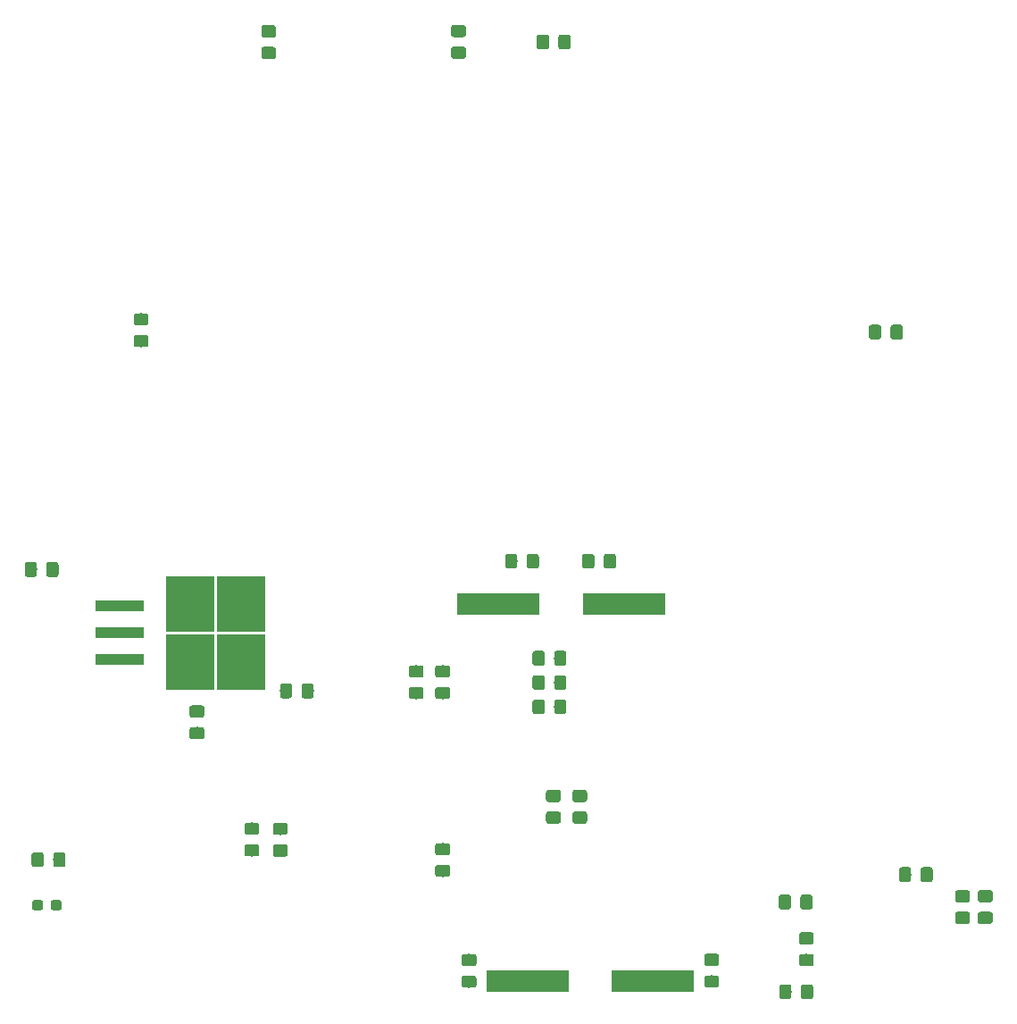
<source format=gbr>
G04 #@! TF.GenerationSoftware,KiCad,Pcbnew,5.0.0-fee4fd1~66~ubuntu16.04.1*
G04 #@! TF.CreationDate,2018-11-19T11:17:55+01:00*
G04 #@! TF.ProjectId,byggern,6279676765726E2E6B696361645F7063,rev?*
G04 #@! TF.SameCoordinates,Original*
G04 #@! TF.FileFunction,Paste,Top*
G04 #@! TF.FilePolarity,Positive*
%FSLAX46Y46*%
G04 Gerber Fmt 4.6, Leading zero omitted, Abs format (unit mm)*
G04 Created by KiCad (PCBNEW 5.0.0-fee4fd1~66~ubuntu16.04.1) date Mon Nov 19 11:17:55 2018*
%MOMM*%
%LPD*%
G01*
G04 APERTURE LIST*
%ADD10C,0.100000*%
%ADD11C,1.150000*%
%ADD12R,4.600000X1.100000*%
%ADD13R,4.550000X5.250000*%
%ADD14R,7.875000X2.000000*%
%ADD15C,0.950000*%
G04 APERTURE END LIST*
D10*
G04 #@! TO.C,C1*
G36*
X75149505Y-76201204D02*
X75173773Y-76204804D01*
X75197572Y-76210765D01*
X75220671Y-76219030D01*
X75242850Y-76229520D01*
X75263893Y-76242132D01*
X75283599Y-76256747D01*
X75301777Y-76273223D01*
X75318253Y-76291401D01*
X75332868Y-76311107D01*
X75345480Y-76332150D01*
X75355970Y-76354329D01*
X75364235Y-76377428D01*
X75370196Y-76401227D01*
X75373796Y-76425495D01*
X75375000Y-76449999D01*
X75375000Y-77350001D01*
X75373796Y-77374505D01*
X75370196Y-77398773D01*
X75364235Y-77422572D01*
X75355970Y-77445671D01*
X75345480Y-77467850D01*
X75332868Y-77488893D01*
X75318253Y-77508599D01*
X75301777Y-77526777D01*
X75283599Y-77543253D01*
X75263893Y-77557868D01*
X75242850Y-77570480D01*
X75220671Y-77580970D01*
X75197572Y-77589235D01*
X75173773Y-77595196D01*
X75149505Y-77598796D01*
X75125001Y-77600000D01*
X74474999Y-77600000D01*
X74450495Y-77598796D01*
X74426227Y-77595196D01*
X74402428Y-77589235D01*
X74379329Y-77580970D01*
X74357150Y-77570480D01*
X74336107Y-77557868D01*
X74316401Y-77543253D01*
X74298223Y-77526777D01*
X74281747Y-77508599D01*
X74267132Y-77488893D01*
X74254520Y-77467850D01*
X74244030Y-77445671D01*
X74235765Y-77422572D01*
X74229804Y-77398773D01*
X74226204Y-77374505D01*
X74225000Y-77350001D01*
X74225000Y-76449999D01*
X74226204Y-76425495D01*
X74229804Y-76401227D01*
X74235765Y-76377428D01*
X74244030Y-76354329D01*
X74254520Y-76332150D01*
X74267132Y-76311107D01*
X74281747Y-76291401D01*
X74298223Y-76273223D01*
X74316401Y-76256747D01*
X74336107Y-76242132D01*
X74357150Y-76229520D01*
X74379329Y-76219030D01*
X74402428Y-76210765D01*
X74426227Y-76204804D01*
X74450495Y-76201204D01*
X74474999Y-76200000D01*
X75125001Y-76200000D01*
X75149505Y-76201204D01*
X75149505Y-76201204D01*
G37*
D11*
X74800000Y-76900000D03*
D10*
G36*
X77199505Y-76201204D02*
X77223773Y-76204804D01*
X77247572Y-76210765D01*
X77270671Y-76219030D01*
X77292850Y-76229520D01*
X77313893Y-76242132D01*
X77333599Y-76256747D01*
X77351777Y-76273223D01*
X77368253Y-76291401D01*
X77382868Y-76311107D01*
X77395480Y-76332150D01*
X77405970Y-76354329D01*
X77414235Y-76377428D01*
X77420196Y-76401227D01*
X77423796Y-76425495D01*
X77425000Y-76449999D01*
X77425000Y-77350001D01*
X77423796Y-77374505D01*
X77420196Y-77398773D01*
X77414235Y-77422572D01*
X77405970Y-77445671D01*
X77395480Y-77467850D01*
X77382868Y-77488893D01*
X77368253Y-77508599D01*
X77351777Y-77526777D01*
X77333599Y-77543253D01*
X77313893Y-77557868D01*
X77292850Y-77570480D01*
X77270671Y-77580970D01*
X77247572Y-77589235D01*
X77223773Y-77595196D01*
X77199505Y-77598796D01*
X77175001Y-77600000D01*
X76524999Y-77600000D01*
X76500495Y-77598796D01*
X76476227Y-77595196D01*
X76452428Y-77589235D01*
X76429329Y-77580970D01*
X76407150Y-77570480D01*
X76386107Y-77557868D01*
X76366401Y-77543253D01*
X76348223Y-77526777D01*
X76331747Y-77508599D01*
X76317132Y-77488893D01*
X76304520Y-77467850D01*
X76294030Y-77445671D01*
X76285765Y-77422572D01*
X76279804Y-77398773D01*
X76276204Y-77374505D01*
X76275000Y-77350001D01*
X76275000Y-76449999D01*
X76276204Y-76425495D01*
X76279804Y-76401227D01*
X76285765Y-76377428D01*
X76294030Y-76354329D01*
X76304520Y-76332150D01*
X76317132Y-76311107D01*
X76331747Y-76291401D01*
X76348223Y-76273223D01*
X76366401Y-76256747D01*
X76386107Y-76242132D01*
X76407150Y-76229520D01*
X76429329Y-76219030D01*
X76452428Y-76210765D01*
X76476227Y-76204804D01*
X76500495Y-76201204D01*
X76524999Y-76200000D01*
X77175001Y-76200000D01*
X77199505Y-76201204D01*
X77199505Y-76201204D01*
G37*
D11*
X76850000Y-76900000D03*
G04 #@! TD*
D10*
G04 #@! TO.C,C2*
G36*
X67849505Y-76201204D02*
X67873773Y-76204804D01*
X67897572Y-76210765D01*
X67920671Y-76219030D01*
X67942850Y-76229520D01*
X67963893Y-76242132D01*
X67983599Y-76256747D01*
X68001777Y-76273223D01*
X68018253Y-76291401D01*
X68032868Y-76311107D01*
X68045480Y-76332150D01*
X68055970Y-76354329D01*
X68064235Y-76377428D01*
X68070196Y-76401227D01*
X68073796Y-76425495D01*
X68075000Y-76449999D01*
X68075000Y-77350001D01*
X68073796Y-77374505D01*
X68070196Y-77398773D01*
X68064235Y-77422572D01*
X68055970Y-77445671D01*
X68045480Y-77467850D01*
X68032868Y-77488893D01*
X68018253Y-77508599D01*
X68001777Y-77526777D01*
X67983599Y-77543253D01*
X67963893Y-77557868D01*
X67942850Y-77570480D01*
X67920671Y-77580970D01*
X67897572Y-77589235D01*
X67873773Y-77595196D01*
X67849505Y-77598796D01*
X67825001Y-77600000D01*
X67174999Y-77600000D01*
X67150495Y-77598796D01*
X67126227Y-77595196D01*
X67102428Y-77589235D01*
X67079329Y-77580970D01*
X67057150Y-77570480D01*
X67036107Y-77557868D01*
X67016401Y-77543253D01*
X66998223Y-77526777D01*
X66981747Y-77508599D01*
X66967132Y-77488893D01*
X66954520Y-77467850D01*
X66944030Y-77445671D01*
X66935765Y-77422572D01*
X66929804Y-77398773D01*
X66926204Y-77374505D01*
X66925000Y-77350001D01*
X66925000Y-76449999D01*
X66926204Y-76425495D01*
X66929804Y-76401227D01*
X66935765Y-76377428D01*
X66944030Y-76354329D01*
X66954520Y-76332150D01*
X66967132Y-76311107D01*
X66981747Y-76291401D01*
X66998223Y-76273223D01*
X67016401Y-76256747D01*
X67036107Y-76242132D01*
X67057150Y-76229520D01*
X67079329Y-76219030D01*
X67102428Y-76210765D01*
X67126227Y-76204804D01*
X67150495Y-76201204D01*
X67174999Y-76200000D01*
X67825001Y-76200000D01*
X67849505Y-76201204D01*
X67849505Y-76201204D01*
G37*
D11*
X67500000Y-76900000D03*
D10*
G36*
X69899505Y-76201204D02*
X69923773Y-76204804D01*
X69947572Y-76210765D01*
X69970671Y-76219030D01*
X69992850Y-76229520D01*
X70013893Y-76242132D01*
X70033599Y-76256747D01*
X70051777Y-76273223D01*
X70068253Y-76291401D01*
X70082868Y-76311107D01*
X70095480Y-76332150D01*
X70105970Y-76354329D01*
X70114235Y-76377428D01*
X70120196Y-76401227D01*
X70123796Y-76425495D01*
X70125000Y-76449999D01*
X70125000Y-77350001D01*
X70123796Y-77374505D01*
X70120196Y-77398773D01*
X70114235Y-77422572D01*
X70105970Y-77445671D01*
X70095480Y-77467850D01*
X70082868Y-77488893D01*
X70068253Y-77508599D01*
X70051777Y-77526777D01*
X70033599Y-77543253D01*
X70013893Y-77557868D01*
X69992850Y-77570480D01*
X69970671Y-77580970D01*
X69947572Y-77589235D01*
X69923773Y-77595196D01*
X69899505Y-77598796D01*
X69875001Y-77600000D01*
X69224999Y-77600000D01*
X69200495Y-77598796D01*
X69176227Y-77595196D01*
X69152428Y-77589235D01*
X69129329Y-77580970D01*
X69107150Y-77570480D01*
X69086107Y-77557868D01*
X69066401Y-77543253D01*
X69048223Y-77526777D01*
X69031747Y-77508599D01*
X69017132Y-77488893D01*
X69004520Y-77467850D01*
X68994030Y-77445671D01*
X68985765Y-77422572D01*
X68979804Y-77398773D01*
X68976204Y-77374505D01*
X68975000Y-77350001D01*
X68975000Y-76449999D01*
X68976204Y-76425495D01*
X68979804Y-76401227D01*
X68985765Y-76377428D01*
X68994030Y-76354329D01*
X69004520Y-76332150D01*
X69017132Y-76311107D01*
X69031747Y-76291401D01*
X69048223Y-76273223D01*
X69066401Y-76256747D01*
X69086107Y-76242132D01*
X69107150Y-76229520D01*
X69129329Y-76219030D01*
X69152428Y-76210765D01*
X69176227Y-76204804D01*
X69200495Y-76201204D01*
X69224999Y-76200000D01*
X69875001Y-76200000D01*
X69899505Y-76201204D01*
X69899505Y-76201204D01*
G37*
D11*
X69550000Y-76900000D03*
G04 #@! TD*
D10*
G04 #@! TO.C,C3*
G36*
X70449505Y-90001204D02*
X70473773Y-90004804D01*
X70497572Y-90010765D01*
X70520671Y-90019030D01*
X70542850Y-90029520D01*
X70563893Y-90042132D01*
X70583599Y-90056747D01*
X70601777Y-90073223D01*
X70618253Y-90091401D01*
X70632868Y-90111107D01*
X70645480Y-90132150D01*
X70655970Y-90154329D01*
X70664235Y-90177428D01*
X70670196Y-90201227D01*
X70673796Y-90225495D01*
X70675000Y-90249999D01*
X70675000Y-91150001D01*
X70673796Y-91174505D01*
X70670196Y-91198773D01*
X70664235Y-91222572D01*
X70655970Y-91245671D01*
X70645480Y-91267850D01*
X70632868Y-91288893D01*
X70618253Y-91308599D01*
X70601777Y-91326777D01*
X70583599Y-91343253D01*
X70563893Y-91357868D01*
X70542850Y-91370480D01*
X70520671Y-91380970D01*
X70497572Y-91389235D01*
X70473773Y-91395196D01*
X70449505Y-91398796D01*
X70425001Y-91400000D01*
X69774999Y-91400000D01*
X69750495Y-91398796D01*
X69726227Y-91395196D01*
X69702428Y-91389235D01*
X69679329Y-91380970D01*
X69657150Y-91370480D01*
X69636107Y-91357868D01*
X69616401Y-91343253D01*
X69598223Y-91326777D01*
X69581747Y-91308599D01*
X69567132Y-91288893D01*
X69554520Y-91267850D01*
X69544030Y-91245671D01*
X69535765Y-91222572D01*
X69529804Y-91198773D01*
X69526204Y-91174505D01*
X69525000Y-91150001D01*
X69525000Y-90249999D01*
X69526204Y-90225495D01*
X69529804Y-90201227D01*
X69535765Y-90177428D01*
X69544030Y-90154329D01*
X69554520Y-90132150D01*
X69567132Y-90111107D01*
X69581747Y-90091401D01*
X69598223Y-90073223D01*
X69616401Y-90056747D01*
X69636107Y-90042132D01*
X69657150Y-90029520D01*
X69679329Y-90019030D01*
X69702428Y-90010765D01*
X69726227Y-90004804D01*
X69750495Y-90001204D01*
X69774999Y-90000000D01*
X70425001Y-90000000D01*
X70449505Y-90001204D01*
X70449505Y-90001204D01*
G37*
D11*
X70100000Y-90700000D03*
D10*
G36*
X72499505Y-90001204D02*
X72523773Y-90004804D01*
X72547572Y-90010765D01*
X72570671Y-90019030D01*
X72592850Y-90029520D01*
X72613893Y-90042132D01*
X72633599Y-90056747D01*
X72651777Y-90073223D01*
X72668253Y-90091401D01*
X72682868Y-90111107D01*
X72695480Y-90132150D01*
X72705970Y-90154329D01*
X72714235Y-90177428D01*
X72720196Y-90201227D01*
X72723796Y-90225495D01*
X72725000Y-90249999D01*
X72725000Y-91150001D01*
X72723796Y-91174505D01*
X72720196Y-91198773D01*
X72714235Y-91222572D01*
X72705970Y-91245671D01*
X72695480Y-91267850D01*
X72682868Y-91288893D01*
X72668253Y-91308599D01*
X72651777Y-91326777D01*
X72633599Y-91343253D01*
X72613893Y-91357868D01*
X72592850Y-91370480D01*
X72570671Y-91380970D01*
X72547572Y-91389235D01*
X72523773Y-91395196D01*
X72499505Y-91398796D01*
X72475001Y-91400000D01*
X71824999Y-91400000D01*
X71800495Y-91398796D01*
X71776227Y-91395196D01*
X71752428Y-91389235D01*
X71729329Y-91380970D01*
X71707150Y-91370480D01*
X71686107Y-91357868D01*
X71666401Y-91343253D01*
X71648223Y-91326777D01*
X71631747Y-91308599D01*
X71617132Y-91288893D01*
X71604520Y-91267850D01*
X71594030Y-91245671D01*
X71585765Y-91222572D01*
X71579804Y-91198773D01*
X71576204Y-91174505D01*
X71575000Y-91150001D01*
X71575000Y-90249999D01*
X71576204Y-90225495D01*
X71579804Y-90201227D01*
X71585765Y-90177428D01*
X71594030Y-90154329D01*
X71604520Y-90132150D01*
X71617132Y-90111107D01*
X71631747Y-90091401D01*
X71648223Y-90073223D01*
X71666401Y-90056747D01*
X71686107Y-90042132D01*
X71707150Y-90029520D01*
X71729329Y-90019030D01*
X71752428Y-90010765D01*
X71776227Y-90004804D01*
X71800495Y-90001204D01*
X71824999Y-90000000D01*
X72475001Y-90000000D01*
X72499505Y-90001204D01*
X72499505Y-90001204D01*
G37*
D11*
X72150000Y-90700000D03*
G04 #@! TD*
D10*
G04 #@! TO.C,C4*
G36*
X63974505Y-116176204D02*
X63998773Y-116179804D01*
X64022572Y-116185765D01*
X64045671Y-116194030D01*
X64067850Y-116204520D01*
X64088893Y-116217132D01*
X64108599Y-116231747D01*
X64126777Y-116248223D01*
X64143253Y-116266401D01*
X64157868Y-116286107D01*
X64170480Y-116307150D01*
X64180970Y-116329329D01*
X64189235Y-116352428D01*
X64195196Y-116376227D01*
X64198796Y-116400495D01*
X64200000Y-116424999D01*
X64200000Y-117075001D01*
X64198796Y-117099505D01*
X64195196Y-117123773D01*
X64189235Y-117147572D01*
X64180970Y-117170671D01*
X64170480Y-117192850D01*
X64157868Y-117213893D01*
X64143253Y-117233599D01*
X64126777Y-117251777D01*
X64108599Y-117268253D01*
X64088893Y-117282868D01*
X64067850Y-117295480D01*
X64045671Y-117305970D01*
X64022572Y-117314235D01*
X63998773Y-117320196D01*
X63974505Y-117323796D01*
X63950001Y-117325000D01*
X63049999Y-117325000D01*
X63025495Y-117323796D01*
X63001227Y-117320196D01*
X62977428Y-117314235D01*
X62954329Y-117305970D01*
X62932150Y-117295480D01*
X62911107Y-117282868D01*
X62891401Y-117268253D01*
X62873223Y-117251777D01*
X62856747Y-117233599D01*
X62842132Y-117213893D01*
X62829520Y-117192850D01*
X62819030Y-117170671D01*
X62810765Y-117147572D01*
X62804804Y-117123773D01*
X62801204Y-117099505D01*
X62800000Y-117075001D01*
X62800000Y-116424999D01*
X62801204Y-116400495D01*
X62804804Y-116376227D01*
X62810765Y-116352428D01*
X62819030Y-116329329D01*
X62829520Y-116307150D01*
X62842132Y-116286107D01*
X62856747Y-116266401D01*
X62873223Y-116248223D01*
X62891401Y-116231747D01*
X62911107Y-116217132D01*
X62932150Y-116204520D01*
X62954329Y-116194030D01*
X62977428Y-116185765D01*
X63001227Y-116179804D01*
X63025495Y-116176204D01*
X63049999Y-116175000D01*
X63950001Y-116175000D01*
X63974505Y-116176204D01*
X63974505Y-116176204D01*
G37*
D11*
X63500000Y-116750000D03*
D10*
G36*
X63974505Y-114126204D02*
X63998773Y-114129804D01*
X64022572Y-114135765D01*
X64045671Y-114144030D01*
X64067850Y-114154520D01*
X64088893Y-114167132D01*
X64108599Y-114181747D01*
X64126777Y-114198223D01*
X64143253Y-114216401D01*
X64157868Y-114236107D01*
X64170480Y-114257150D01*
X64180970Y-114279329D01*
X64189235Y-114302428D01*
X64195196Y-114326227D01*
X64198796Y-114350495D01*
X64200000Y-114374999D01*
X64200000Y-115025001D01*
X64198796Y-115049505D01*
X64195196Y-115073773D01*
X64189235Y-115097572D01*
X64180970Y-115120671D01*
X64170480Y-115142850D01*
X64157868Y-115163893D01*
X64143253Y-115183599D01*
X64126777Y-115201777D01*
X64108599Y-115218253D01*
X64088893Y-115232868D01*
X64067850Y-115245480D01*
X64045671Y-115255970D01*
X64022572Y-115264235D01*
X63998773Y-115270196D01*
X63974505Y-115273796D01*
X63950001Y-115275000D01*
X63049999Y-115275000D01*
X63025495Y-115273796D01*
X63001227Y-115270196D01*
X62977428Y-115264235D01*
X62954329Y-115255970D01*
X62932150Y-115245480D01*
X62911107Y-115232868D01*
X62891401Y-115218253D01*
X62873223Y-115201777D01*
X62856747Y-115183599D01*
X62842132Y-115163893D01*
X62829520Y-115142850D01*
X62819030Y-115120671D01*
X62810765Y-115097572D01*
X62804804Y-115073773D01*
X62801204Y-115049505D01*
X62800000Y-115025001D01*
X62800000Y-114374999D01*
X62801204Y-114350495D01*
X62804804Y-114326227D01*
X62810765Y-114302428D01*
X62819030Y-114279329D01*
X62829520Y-114257150D01*
X62842132Y-114236107D01*
X62856747Y-114216401D01*
X62873223Y-114198223D01*
X62891401Y-114181747D01*
X62911107Y-114167132D01*
X62932150Y-114154520D01*
X62954329Y-114144030D01*
X62977428Y-114135765D01*
X63001227Y-114129804D01*
X63025495Y-114126204D01*
X63049999Y-114125000D01*
X63950001Y-114125000D01*
X63974505Y-114126204D01*
X63974505Y-114126204D01*
G37*
D11*
X63500000Y-114700000D03*
G04 #@! TD*
D10*
G04 #@! TO.C,C5*
G36*
X86974505Y-116151204D02*
X86998773Y-116154804D01*
X87022572Y-116160765D01*
X87045671Y-116169030D01*
X87067850Y-116179520D01*
X87088893Y-116192132D01*
X87108599Y-116206747D01*
X87126777Y-116223223D01*
X87143253Y-116241401D01*
X87157868Y-116261107D01*
X87170480Y-116282150D01*
X87180970Y-116304329D01*
X87189235Y-116327428D01*
X87195196Y-116351227D01*
X87198796Y-116375495D01*
X87200000Y-116399999D01*
X87200000Y-117050001D01*
X87198796Y-117074505D01*
X87195196Y-117098773D01*
X87189235Y-117122572D01*
X87180970Y-117145671D01*
X87170480Y-117167850D01*
X87157868Y-117188893D01*
X87143253Y-117208599D01*
X87126777Y-117226777D01*
X87108599Y-117243253D01*
X87088893Y-117257868D01*
X87067850Y-117270480D01*
X87045671Y-117280970D01*
X87022572Y-117289235D01*
X86998773Y-117295196D01*
X86974505Y-117298796D01*
X86950001Y-117300000D01*
X86049999Y-117300000D01*
X86025495Y-117298796D01*
X86001227Y-117295196D01*
X85977428Y-117289235D01*
X85954329Y-117280970D01*
X85932150Y-117270480D01*
X85911107Y-117257868D01*
X85891401Y-117243253D01*
X85873223Y-117226777D01*
X85856747Y-117208599D01*
X85842132Y-117188893D01*
X85829520Y-117167850D01*
X85819030Y-117145671D01*
X85810765Y-117122572D01*
X85804804Y-117098773D01*
X85801204Y-117074505D01*
X85800000Y-117050001D01*
X85800000Y-116399999D01*
X85801204Y-116375495D01*
X85804804Y-116351227D01*
X85810765Y-116327428D01*
X85819030Y-116304329D01*
X85829520Y-116282150D01*
X85842132Y-116261107D01*
X85856747Y-116241401D01*
X85873223Y-116223223D01*
X85891401Y-116206747D01*
X85911107Y-116192132D01*
X85932150Y-116179520D01*
X85954329Y-116169030D01*
X85977428Y-116160765D01*
X86001227Y-116154804D01*
X86025495Y-116151204D01*
X86049999Y-116150000D01*
X86950001Y-116150000D01*
X86974505Y-116151204D01*
X86974505Y-116151204D01*
G37*
D11*
X86500000Y-116725000D03*
D10*
G36*
X86974505Y-114101204D02*
X86998773Y-114104804D01*
X87022572Y-114110765D01*
X87045671Y-114119030D01*
X87067850Y-114129520D01*
X87088893Y-114142132D01*
X87108599Y-114156747D01*
X87126777Y-114173223D01*
X87143253Y-114191401D01*
X87157868Y-114211107D01*
X87170480Y-114232150D01*
X87180970Y-114254329D01*
X87189235Y-114277428D01*
X87195196Y-114301227D01*
X87198796Y-114325495D01*
X87200000Y-114349999D01*
X87200000Y-115000001D01*
X87198796Y-115024505D01*
X87195196Y-115048773D01*
X87189235Y-115072572D01*
X87180970Y-115095671D01*
X87170480Y-115117850D01*
X87157868Y-115138893D01*
X87143253Y-115158599D01*
X87126777Y-115176777D01*
X87108599Y-115193253D01*
X87088893Y-115207868D01*
X87067850Y-115220480D01*
X87045671Y-115230970D01*
X87022572Y-115239235D01*
X86998773Y-115245196D01*
X86974505Y-115248796D01*
X86950001Y-115250000D01*
X86049999Y-115250000D01*
X86025495Y-115248796D01*
X86001227Y-115245196D01*
X85977428Y-115239235D01*
X85954329Y-115230970D01*
X85932150Y-115220480D01*
X85911107Y-115207868D01*
X85891401Y-115193253D01*
X85873223Y-115176777D01*
X85856747Y-115158599D01*
X85842132Y-115138893D01*
X85829520Y-115117850D01*
X85819030Y-115095671D01*
X85810765Y-115072572D01*
X85804804Y-115048773D01*
X85801204Y-115024505D01*
X85800000Y-115000001D01*
X85800000Y-114349999D01*
X85801204Y-114325495D01*
X85804804Y-114301227D01*
X85810765Y-114277428D01*
X85819030Y-114254329D01*
X85829520Y-114232150D01*
X85842132Y-114211107D01*
X85856747Y-114191401D01*
X85873223Y-114173223D01*
X85891401Y-114156747D01*
X85911107Y-114142132D01*
X85932150Y-114129520D01*
X85954329Y-114119030D01*
X85977428Y-114110765D01*
X86001227Y-114104804D01*
X86025495Y-114101204D01*
X86049999Y-114100000D01*
X86950001Y-114100000D01*
X86974505Y-114101204D01*
X86974505Y-114101204D01*
G37*
D11*
X86500000Y-114675000D03*
G04 #@! TD*
D10*
G04 #@! TO.C,C6*
G36*
X61474505Y-103626204D02*
X61498773Y-103629804D01*
X61522572Y-103635765D01*
X61545671Y-103644030D01*
X61567850Y-103654520D01*
X61588893Y-103667132D01*
X61608599Y-103681747D01*
X61626777Y-103698223D01*
X61643253Y-103716401D01*
X61657868Y-103736107D01*
X61670480Y-103757150D01*
X61680970Y-103779329D01*
X61689235Y-103802428D01*
X61695196Y-103826227D01*
X61698796Y-103850495D01*
X61700000Y-103874999D01*
X61700000Y-104525001D01*
X61698796Y-104549505D01*
X61695196Y-104573773D01*
X61689235Y-104597572D01*
X61680970Y-104620671D01*
X61670480Y-104642850D01*
X61657868Y-104663893D01*
X61643253Y-104683599D01*
X61626777Y-104701777D01*
X61608599Y-104718253D01*
X61588893Y-104732868D01*
X61567850Y-104745480D01*
X61545671Y-104755970D01*
X61522572Y-104764235D01*
X61498773Y-104770196D01*
X61474505Y-104773796D01*
X61450001Y-104775000D01*
X60549999Y-104775000D01*
X60525495Y-104773796D01*
X60501227Y-104770196D01*
X60477428Y-104764235D01*
X60454329Y-104755970D01*
X60432150Y-104745480D01*
X60411107Y-104732868D01*
X60391401Y-104718253D01*
X60373223Y-104701777D01*
X60356747Y-104683599D01*
X60342132Y-104663893D01*
X60329520Y-104642850D01*
X60319030Y-104620671D01*
X60310765Y-104597572D01*
X60304804Y-104573773D01*
X60301204Y-104549505D01*
X60300000Y-104525001D01*
X60300000Y-103874999D01*
X60301204Y-103850495D01*
X60304804Y-103826227D01*
X60310765Y-103802428D01*
X60319030Y-103779329D01*
X60329520Y-103757150D01*
X60342132Y-103736107D01*
X60356747Y-103716401D01*
X60373223Y-103698223D01*
X60391401Y-103681747D01*
X60411107Y-103667132D01*
X60432150Y-103654520D01*
X60454329Y-103644030D01*
X60477428Y-103635765D01*
X60501227Y-103629804D01*
X60525495Y-103626204D01*
X60549999Y-103625000D01*
X61450001Y-103625000D01*
X61474505Y-103626204D01*
X61474505Y-103626204D01*
G37*
D11*
X61000000Y-104200000D03*
D10*
G36*
X61474505Y-105676204D02*
X61498773Y-105679804D01*
X61522572Y-105685765D01*
X61545671Y-105694030D01*
X61567850Y-105704520D01*
X61588893Y-105717132D01*
X61608599Y-105731747D01*
X61626777Y-105748223D01*
X61643253Y-105766401D01*
X61657868Y-105786107D01*
X61670480Y-105807150D01*
X61680970Y-105829329D01*
X61689235Y-105852428D01*
X61695196Y-105876227D01*
X61698796Y-105900495D01*
X61700000Y-105924999D01*
X61700000Y-106575001D01*
X61698796Y-106599505D01*
X61695196Y-106623773D01*
X61689235Y-106647572D01*
X61680970Y-106670671D01*
X61670480Y-106692850D01*
X61657868Y-106713893D01*
X61643253Y-106733599D01*
X61626777Y-106751777D01*
X61608599Y-106768253D01*
X61588893Y-106782868D01*
X61567850Y-106795480D01*
X61545671Y-106805970D01*
X61522572Y-106814235D01*
X61498773Y-106820196D01*
X61474505Y-106823796D01*
X61450001Y-106825000D01*
X60549999Y-106825000D01*
X60525495Y-106823796D01*
X60501227Y-106820196D01*
X60477428Y-106814235D01*
X60454329Y-106805970D01*
X60432150Y-106795480D01*
X60411107Y-106782868D01*
X60391401Y-106768253D01*
X60373223Y-106751777D01*
X60356747Y-106733599D01*
X60342132Y-106713893D01*
X60329520Y-106692850D01*
X60319030Y-106670671D01*
X60310765Y-106647572D01*
X60304804Y-106623773D01*
X60301204Y-106599505D01*
X60300000Y-106575001D01*
X60300000Y-105924999D01*
X60301204Y-105900495D01*
X60304804Y-105876227D01*
X60310765Y-105852428D01*
X60319030Y-105829329D01*
X60329520Y-105807150D01*
X60342132Y-105786107D01*
X60356747Y-105766401D01*
X60373223Y-105748223D01*
X60391401Y-105731747D01*
X60411107Y-105717132D01*
X60432150Y-105704520D01*
X60454329Y-105694030D01*
X60477428Y-105685765D01*
X60501227Y-105679804D01*
X60525495Y-105676204D01*
X60549999Y-105675000D01*
X61450001Y-105675000D01*
X61474505Y-105676204D01*
X61474505Y-105676204D01*
G37*
D11*
X61000000Y-106250000D03*
G04 #@! TD*
D10*
G04 #@! TO.C,C7*
G36*
X38174505Y-90576204D02*
X38198773Y-90579804D01*
X38222572Y-90585765D01*
X38245671Y-90594030D01*
X38267850Y-90604520D01*
X38288893Y-90617132D01*
X38308599Y-90631747D01*
X38326777Y-90648223D01*
X38343253Y-90666401D01*
X38357868Y-90686107D01*
X38370480Y-90707150D01*
X38380970Y-90729329D01*
X38389235Y-90752428D01*
X38395196Y-90776227D01*
X38398796Y-90800495D01*
X38400000Y-90824999D01*
X38400000Y-91475001D01*
X38398796Y-91499505D01*
X38395196Y-91523773D01*
X38389235Y-91547572D01*
X38380970Y-91570671D01*
X38370480Y-91592850D01*
X38357868Y-91613893D01*
X38343253Y-91633599D01*
X38326777Y-91651777D01*
X38308599Y-91668253D01*
X38288893Y-91682868D01*
X38267850Y-91695480D01*
X38245671Y-91705970D01*
X38222572Y-91714235D01*
X38198773Y-91720196D01*
X38174505Y-91723796D01*
X38150001Y-91725000D01*
X37249999Y-91725000D01*
X37225495Y-91723796D01*
X37201227Y-91720196D01*
X37177428Y-91714235D01*
X37154329Y-91705970D01*
X37132150Y-91695480D01*
X37111107Y-91682868D01*
X37091401Y-91668253D01*
X37073223Y-91651777D01*
X37056747Y-91633599D01*
X37042132Y-91613893D01*
X37029520Y-91592850D01*
X37019030Y-91570671D01*
X37010765Y-91547572D01*
X37004804Y-91523773D01*
X37001204Y-91499505D01*
X37000000Y-91475001D01*
X37000000Y-90824999D01*
X37001204Y-90800495D01*
X37004804Y-90776227D01*
X37010765Y-90752428D01*
X37019030Y-90729329D01*
X37029520Y-90707150D01*
X37042132Y-90686107D01*
X37056747Y-90666401D01*
X37073223Y-90648223D01*
X37091401Y-90631747D01*
X37111107Y-90617132D01*
X37132150Y-90604520D01*
X37154329Y-90594030D01*
X37177428Y-90585765D01*
X37201227Y-90579804D01*
X37225495Y-90576204D01*
X37249999Y-90575000D01*
X38150001Y-90575000D01*
X38174505Y-90576204D01*
X38174505Y-90576204D01*
G37*
D11*
X37700000Y-91150000D03*
D10*
G36*
X38174505Y-92626204D02*
X38198773Y-92629804D01*
X38222572Y-92635765D01*
X38245671Y-92644030D01*
X38267850Y-92654520D01*
X38288893Y-92667132D01*
X38308599Y-92681747D01*
X38326777Y-92698223D01*
X38343253Y-92716401D01*
X38357868Y-92736107D01*
X38370480Y-92757150D01*
X38380970Y-92779329D01*
X38389235Y-92802428D01*
X38395196Y-92826227D01*
X38398796Y-92850495D01*
X38400000Y-92874999D01*
X38400000Y-93525001D01*
X38398796Y-93549505D01*
X38395196Y-93573773D01*
X38389235Y-93597572D01*
X38380970Y-93620671D01*
X38370480Y-93642850D01*
X38357868Y-93663893D01*
X38343253Y-93683599D01*
X38326777Y-93701777D01*
X38308599Y-93718253D01*
X38288893Y-93732868D01*
X38267850Y-93745480D01*
X38245671Y-93755970D01*
X38222572Y-93764235D01*
X38198773Y-93770196D01*
X38174505Y-93773796D01*
X38150001Y-93775000D01*
X37249999Y-93775000D01*
X37225495Y-93773796D01*
X37201227Y-93770196D01*
X37177428Y-93764235D01*
X37154329Y-93755970D01*
X37132150Y-93745480D01*
X37111107Y-93732868D01*
X37091401Y-93718253D01*
X37073223Y-93701777D01*
X37056747Y-93683599D01*
X37042132Y-93663893D01*
X37029520Y-93642850D01*
X37019030Y-93620671D01*
X37010765Y-93597572D01*
X37004804Y-93573773D01*
X37001204Y-93549505D01*
X37000000Y-93525001D01*
X37000000Y-92874999D01*
X37001204Y-92850495D01*
X37004804Y-92826227D01*
X37010765Y-92802428D01*
X37019030Y-92779329D01*
X37029520Y-92757150D01*
X37042132Y-92736107D01*
X37056747Y-92716401D01*
X37073223Y-92698223D01*
X37091401Y-92681747D01*
X37111107Y-92667132D01*
X37132150Y-92654520D01*
X37154329Y-92644030D01*
X37177428Y-92635765D01*
X37201227Y-92629804D01*
X37225495Y-92626204D01*
X37249999Y-92625000D01*
X38150001Y-92625000D01*
X38174505Y-92626204D01*
X38174505Y-92626204D01*
G37*
D11*
X37700000Y-93200000D03*
G04 #@! TD*
D10*
G04 #@! TO.C,C8*
G36*
X24349505Y-77001204D02*
X24373773Y-77004804D01*
X24397572Y-77010765D01*
X24420671Y-77019030D01*
X24442850Y-77029520D01*
X24463893Y-77042132D01*
X24483599Y-77056747D01*
X24501777Y-77073223D01*
X24518253Y-77091401D01*
X24532868Y-77111107D01*
X24545480Y-77132150D01*
X24555970Y-77154329D01*
X24564235Y-77177428D01*
X24570196Y-77201227D01*
X24573796Y-77225495D01*
X24575000Y-77249999D01*
X24575000Y-78150001D01*
X24573796Y-78174505D01*
X24570196Y-78198773D01*
X24564235Y-78222572D01*
X24555970Y-78245671D01*
X24545480Y-78267850D01*
X24532868Y-78288893D01*
X24518253Y-78308599D01*
X24501777Y-78326777D01*
X24483599Y-78343253D01*
X24463893Y-78357868D01*
X24442850Y-78370480D01*
X24420671Y-78380970D01*
X24397572Y-78389235D01*
X24373773Y-78395196D01*
X24349505Y-78398796D01*
X24325001Y-78400000D01*
X23674999Y-78400000D01*
X23650495Y-78398796D01*
X23626227Y-78395196D01*
X23602428Y-78389235D01*
X23579329Y-78380970D01*
X23557150Y-78370480D01*
X23536107Y-78357868D01*
X23516401Y-78343253D01*
X23498223Y-78326777D01*
X23481747Y-78308599D01*
X23467132Y-78288893D01*
X23454520Y-78267850D01*
X23444030Y-78245671D01*
X23435765Y-78222572D01*
X23429804Y-78198773D01*
X23426204Y-78174505D01*
X23425000Y-78150001D01*
X23425000Y-77249999D01*
X23426204Y-77225495D01*
X23429804Y-77201227D01*
X23435765Y-77177428D01*
X23444030Y-77154329D01*
X23454520Y-77132150D01*
X23467132Y-77111107D01*
X23481747Y-77091401D01*
X23498223Y-77073223D01*
X23516401Y-77056747D01*
X23536107Y-77042132D01*
X23557150Y-77029520D01*
X23579329Y-77019030D01*
X23602428Y-77010765D01*
X23626227Y-77004804D01*
X23650495Y-77001204D01*
X23674999Y-77000000D01*
X24325001Y-77000000D01*
X24349505Y-77001204D01*
X24349505Y-77001204D01*
G37*
D11*
X24000000Y-77700000D03*
D10*
G36*
X22299505Y-77001204D02*
X22323773Y-77004804D01*
X22347572Y-77010765D01*
X22370671Y-77019030D01*
X22392850Y-77029520D01*
X22413893Y-77042132D01*
X22433599Y-77056747D01*
X22451777Y-77073223D01*
X22468253Y-77091401D01*
X22482868Y-77111107D01*
X22495480Y-77132150D01*
X22505970Y-77154329D01*
X22514235Y-77177428D01*
X22520196Y-77201227D01*
X22523796Y-77225495D01*
X22525000Y-77249999D01*
X22525000Y-78150001D01*
X22523796Y-78174505D01*
X22520196Y-78198773D01*
X22514235Y-78222572D01*
X22505970Y-78245671D01*
X22495480Y-78267850D01*
X22482868Y-78288893D01*
X22468253Y-78308599D01*
X22451777Y-78326777D01*
X22433599Y-78343253D01*
X22413893Y-78357868D01*
X22392850Y-78370480D01*
X22370671Y-78380970D01*
X22347572Y-78389235D01*
X22323773Y-78395196D01*
X22299505Y-78398796D01*
X22275001Y-78400000D01*
X21624999Y-78400000D01*
X21600495Y-78398796D01*
X21576227Y-78395196D01*
X21552428Y-78389235D01*
X21529329Y-78380970D01*
X21507150Y-78370480D01*
X21486107Y-78357868D01*
X21466401Y-78343253D01*
X21448223Y-78326777D01*
X21431747Y-78308599D01*
X21417132Y-78288893D01*
X21404520Y-78267850D01*
X21394030Y-78245671D01*
X21385765Y-78222572D01*
X21379804Y-78198773D01*
X21376204Y-78174505D01*
X21375000Y-78150001D01*
X21375000Y-77249999D01*
X21376204Y-77225495D01*
X21379804Y-77201227D01*
X21385765Y-77177428D01*
X21394030Y-77154329D01*
X21404520Y-77132150D01*
X21417132Y-77111107D01*
X21431747Y-77091401D01*
X21448223Y-77073223D01*
X21466401Y-77056747D01*
X21486107Y-77042132D01*
X21507150Y-77029520D01*
X21529329Y-77019030D01*
X21552428Y-77010765D01*
X21576227Y-77004804D01*
X21600495Y-77001204D01*
X21624999Y-77000000D01*
X22275001Y-77000000D01*
X22299505Y-77001204D01*
X22299505Y-77001204D01*
G37*
D11*
X21950000Y-77700000D03*
G04 #@! TD*
D10*
G04 #@! TO.C,R1*
G36*
X107249505Y-105901204D02*
X107273773Y-105904804D01*
X107297572Y-105910765D01*
X107320671Y-105919030D01*
X107342850Y-105929520D01*
X107363893Y-105942132D01*
X107383599Y-105956747D01*
X107401777Y-105973223D01*
X107418253Y-105991401D01*
X107432868Y-106011107D01*
X107445480Y-106032150D01*
X107455970Y-106054329D01*
X107464235Y-106077428D01*
X107470196Y-106101227D01*
X107473796Y-106125495D01*
X107475000Y-106149999D01*
X107475000Y-107050001D01*
X107473796Y-107074505D01*
X107470196Y-107098773D01*
X107464235Y-107122572D01*
X107455970Y-107145671D01*
X107445480Y-107167850D01*
X107432868Y-107188893D01*
X107418253Y-107208599D01*
X107401777Y-107226777D01*
X107383599Y-107243253D01*
X107363893Y-107257868D01*
X107342850Y-107270480D01*
X107320671Y-107280970D01*
X107297572Y-107289235D01*
X107273773Y-107295196D01*
X107249505Y-107298796D01*
X107225001Y-107300000D01*
X106574999Y-107300000D01*
X106550495Y-107298796D01*
X106526227Y-107295196D01*
X106502428Y-107289235D01*
X106479329Y-107280970D01*
X106457150Y-107270480D01*
X106436107Y-107257868D01*
X106416401Y-107243253D01*
X106398223Y-107226777D01*
X106381747Y-107208599D01*
X106367132Y-107188893D01*
X106354520Y-107167850D01*
X106344030Y-107145671D01*
X106335765Y-107122572D01*
X106329804Y-107098773D01*
X106326204Y-107074505D01*
X106325000Y-107050001D01*
X106325000Y-106149999D01*
X106326204Y-106125495D01*
X106329804Y-106101227D01*
X106335765Y-106077428D01*
X106344030Y-106054329D01*
X106354520Y-106032150D01*
X106367132Y-106011107D01*
X106381747Y-105991401D01*
X106398223Y-105973223D01*
X106416401Y-105956747D01*
X106436107Y-105942132D01*
X106457150Y-105929520D01*
X106479329Y-105919030D01*
X106502428Y-105910765D01*
X106526227Y-105904804D01*
X106550495Y-105901204D01*
X106574999Y-105900000D01*
X107225001Y-105900000D01*
X107249505Y-105901204D01*
X107249505Y-105901204D01*
G37*
D11*
X106900000Y-106600000D03*
D10*
G36*
X105199505Y-105901204D02*
X105223773Y-105904804D01*
X105247572Y-105910765D01*
X105270671Y-105919030D01*
X105292850Y-105929520D01*
X105313893Y-105942132D01*
X105333599Y-105956747D01*
X105351777Y-105973223D01*
X105368253Y-105991401D01*
X105382868Y-106011107D01*
X105395480Y-106032150D01*
X105405970Y-106054329D01*
X105414235Y-106077428D01*
X105420196Y-106101227D01*
X105423796Y-106125495D01*
X105425000Y-106149999D01*
X105425000Y-107050001D01*
X105423796Y-107074505D01*
X105420196Y-107098773D01*
X105414235Y-107122572D01*
X105405970Y-107145671D01*
X105395480Y-107167850D01*
X105382868Y-107188893D01*
X105368253Y-107208599D01*
X105351777Y-107226777D01*
X105333599Y-107243253D01*
X105313893Y-107257868D01*
X105292850Y-107270480D01*
X105270671Y-107280970D01*
X105247572Y-107289235D01*
X105223773Y-107295196D01*
X105199505Y-107298796D01*
X105175001Y-107300000D01*
X104524999Y-107300000D01*
X104500495Y-107298796D01*
X104476227Y-107295196D01*
X104452428Y-107289235D01*
X104429329Y-107280970D01*
X104407150Y-107270480D01*
X104386107Y-107257868D01*
X104366401Y-107243253D01*
X104348223Y-107226777D01*
X104331747Y-107208599D01*
X104317132Y-107188893D01*
X104304520Y-107167850D01*
X104294030Y-107145671D01*
X104285765Y-107122572D01*
X104279804Y-107098773D01*
X104276204Y-107074505D01*
X104275000Y-107050001D01*
X104275000Y-106149999D01*
X104276204Y-106125495D01*
X104279804Y-106101227D01*
X104285765Y-106077428D01*
X104294030Y-106054329D01*
X104304520Y-106032150D01*
X104317132Y-106011107D01*
X104331747Y-105991401D01*
X104348223Y-105973223D01*
X104366401Y-105956747D01*
X104386107Y-105942132D01*
X104407150Y-105929520D01*
X104429329Y-105919030D01*
X104452428Y-105910765D01*
X104476227Y-105904804D01*
X104500495Y-105901204D01*
X104524999Y-105900000D01*
X105175001Y-105900000D01*
X105199505Y-105901204D01*
X105199505Y-105901204D01*
G37*
D11*
X104850000Y-106600000D03*
G04 #@! TD*
D10*
G04 #@! TO.C,R2*
G36*
X72499505Y-87701204D02*
X72523773Y-87704804D01*
X72547572Y-87710765D01*
X72570671Y-87719030D01*
X72592850Y-87729520D01*
X72613893Y-87742132D01*
X72633599Y-87756747D01*
X72651777Y-87773223D01*
X72668253Y-87791401D01*
X72682868Y-87811107D01*
X72695480Y-87832150D01*
X72705970Y-87854329D01*
X72714235Y-87877428D01*
X72720196Y-87901227D01*
X72723796Y-87925495D01*
X72725000Y-87949999D01*
X72725000Y-88850001D01*
X72723796Y-88874505D01*
X72720196Y-88898773D01*
X72714235Y-88922572D01*
X72705970Y-88945671D01*
X72695480Y-88967850D01*
X72682868Y-88988893D01*
X72668253Y-89008599D01*
X72651777Y-89026777D01*
X72633599Y-89043253D01*
X72613893Y-89057868D01*
X72592850Y-89070480D01*
X72570671Y-89080970D01*
X72547572Y-89089235D01*
X72523773Y-89095196D01*
X72499505Y-89098796D01*
X72475001Y-89100000D01*
X71824999Y-89100000D01*
X71800495Y-89098796D01*
X71776227Y-89095196D01*
X71752428Y-89089235D01*
X71729329Y-89080970D01*
X71707150Y-89070480D01*
X71686107Y-89057868D01*
X71666401Y-89043253D01*
X71648223Y-89026777D01*
X71631747Y-89008599D01*
X71617132Y-88988893D01*
X71604520Y-88967850D01*
X71594030Y-88945671D01*
X71585765Y-88922572D01*
X71579804Y-88898773D01*
X71576204Y-88874505D01*
X71575000Y-88850001D01*
X71575000Y-87949999D01*
X71576204Y-87925495D01*
X71579804Y-87901227D01*
X71585765Y-87877428D01*
X71594030Y-87854329D01*
X71604520Y-87832150D01*
X71617132Y-87811107D01*
X71631747Y-87791401D01*
X71648223Y-87773223D01*
X71666401Y-87756747D01*
X71686107Y-87742132D01*
X71707150Y-87729520D01*
X71729329Y-87719030D01*
X71752428Y-87710765D01*
X71776227Y-87704804D01*
X71800495Y-87701204D01*
X71824999Y-87700000D01*
X72475001Y-87700000D01*
X72499505Y-87701204D01*
X72499505Y-87701204D01*
G37*
D11*
X72150000Y-88400000D03*
D10*
G36*
X70449505Y-87701204D02*
X70473773Y-87704804D01*
X70497572Y-87710765D01*
X70520671Y-87719030D01*
X70542850Y-87729520D01*
X70563893Y-87742132D01*
X70583599Y-87756747D01*
X70601777Y-87773223D01*
X70618253Y-87791401D01*
X70632868Y-87811107D01*
X70645480Y-87832150D01*
X70655970Y-87854329D01*
X70664235Y-87877428D01*
X70670196Y-87901227D01*
X70673796Y-87925495D01*
X70675000Y-87949999D01*
X70675000Y-88850001D01*
X70673796Y-88874505D01*
X70670196Y-88898773D01*
X70664235Y-88922572D01*
X70655970Y-88945671D01*
X70645480Y-88967850D01*
X70632868Y-88988893D01*
X70618253Y-89008599D01*
X70601777Y-89026777D01*
X70583599Y-89043253D01*
X70563893Y-89057868D01*
X70542850Y-89070480D01*
X70520671Y-89080970D01*
X70497572Y-89089235D01*
X70473773Y-89095196D01*
X70449505Y-89098796D01*
X70425001Y-89100000D01*
X69774999Y-89100000D01*
X69750495Y-89098796D01*
X69726227Y-89095196D01*
X69702428Y-89089235D01*
X69679329Y-89080970D01*
X69657150Y-89070480D01*
X69636107Y-89057868D01*
X69616401Y-89043253D01*
X69598223Y-89026777D01*
X69581747Y-89008599D01*
X69567132Y-88988893D01*
X69554520Y-88967850D01*
X69544030Y-88945671D01*
X69535765Y-88922572D01*
X69529804Y-88898773D01*
X69526204Y-88874505D01*
X69525000Y-88850001D01*
X69525000Y-87949999D01*
X69526204Y-87925495D01*
X69529804Y-87901227D01*
X69535765Y-87877428D01*
X69544030Y-87854329D01*
X69554520Y-87832150D01*
X69567132Y-87811107D01*
X69581747Y-87791401D01*
X69598223Y-87773223D01*
X69616401Y-87756747D01*
X69636107Y-87742132D01*
X69657150Y-87729520D01*
X69679329Y-87719030D01*
X69702428Y-87710765D01*
X69726227Y-87704804D01*
X69750495Y-87701204D01*
X69774999Y-87700000D01*
X70425001Y-87700000D01*
X70449505Y-87701204D01*
X70449505Y-87701204D01*
G37*
D11*
X70100000Y-88400000D03*
G04 #@! TD*
D10*
G04 #@! TO.C,R3*
G36*
X72499505Y-85401204D02*
X72523773Y-85404804D01*
X72547572Y-85410765D01*
X72570671Y-85419030D01*
X72592850Y-85429520D01*
X72613893Y-85442132D01*
X72633599Y-85456747D01*
X72651777Y-85473223D01*
X72668253Y-85491401D01*
X72682868Y-85511107D01*
X72695480Y-85532150D01*
X72705970Y-85554329D01*
X72714235Y-85577428D01*
X72720196Y-85601227D01*
X72723796Y-85625495D01*
X72725000Y-85649999D01*
X72725000Y-86550001D01*
X72723796Y-86574505D01*
X72720196Y-86598773D01*
X72714235Y-86622572D01*
X72705970Y-86645671D01*
X72695480Y-86667850D01*
X72682868Y-86688893D01*
X72668253Y-86708599D01*
X72651777Y-86726777D01*
X72633599Y-86743253D01*
X72613893Y-86757868D01*
X72592850Y-86770480D01*
X72570671Y-86780970D01*
X72547572Y-86789235D01*
X72523773Y-86795196D01*
X72499505Y-86798796D01*
X72475001Y-86800000D01*
X71824999Y-86800000D01*
X71800495Y-86798796D01*
X71776227Y-86795196D01*
X71752428Y-86789235D01*
X71729329Y-86780970D01*
X71707150Y-86770480D01*
X71686107Y-86757868D01*
X71666401Y-86743253D01*
X71648223Y-86726777D01*
X71631747Y-86708599D01*
X71617132Y-86688893D01*
X71604520Y-86667850D01*
X71594030Y-86645671D01*
X71585765Y-86622572D01*
X71579804Y-86598773D01*
X71576204Y-86574505D01*
X71575000Y-86550001D01*
X71575000Y-85649999D01*
X71576204Y-85625495D01*
X71579804Y-85601227D01*
X71585765Y-85577428D01*
X71594030Y-85554329D01*
X71604520Y-85532150D01*
X71617132Y-85511107D01*
X71631747Y-85491401D01*
X71648223Y-85473223D01*
X71666401Y-85456747D01*
X71686107Y-85442132D01*
X71707150Y-85429520D01*
X71729329Y-85419030D01*
X71752428Y-85410765D01*
X71776227Y-85404804D01*
X71800495Y-85401204D01*
X71824999Y-85400000D01*
X72475001Y-85400000D01*
X72499505Y-85401204D01*
X72499505Y-85401204D01*
G37*
D11*
X72150000Y-86100000D03*
D10*
G36*
X70449505Y-85401204D02*
X70473773Y-85404804D01*
X70497572Y-85410765D01*
X70520671Y-85419030D01*
X70542850Y-85429520D01*
X70563893Y-85442132D01*
X70583599Y-85456747D01*
X70601777Y-85473223D01*
X70618253Y-85491401D01*
X70632868Y-85511107D01*
X70645480Y-85532150D01*
X70655970Y-85554329D01*
X70664235Y-85577428D01*
X70670196Y-85601227D01*
X70673796Y-85625495D01*
X70675000Y-85649999D01*
X70675000Y-86550001D01*
X70673796Y-86574505D01*
X70670196Y-86598773D01*
X70664235Y-86622572D01*
X70655970Y-86645671D01*
X70645480Y-86667850D01*
X70632868Y-86688893D01*
X70618253Y-86708599D01*
X70601777Y-86726777D01*
X70583599Y-86743253D01*
X70563893Y-86757868D01*
X70542850Y-86770480D01*
X70520671Y-86780970D01*
X70497572Y-86789235D01*
X70473773Y-86795196D01*
X70449505Y-86798796D01*
X70425001Y-86800000D01*
X69774999Y-86800000D01*
X69750495Y-86798796D01*
X69726227Y-86795196D01*
X69702428Y-86789235D01*
X69679329Y-86780970D01*
X69657150Y-86770480D01*
X69636107Y-86757868D01*
X69616401Y-86743253D01*
X69598223Y-86726777D01*
X69581747Y-86708599D01*
X69567132Y-86688893D01*
X69554520Y-86667850D01*
X69544030Y-86645671D01*
X69535765Y-86622572D01*
X69529804Y-86598773D01*
X69526204Y-86574505D01*
X69525000Y-86550001D01*
X69525000Y-85649999D01*
X69526204Y-85625495D01*
X69529804Y-85601227D01*
X69535765Y-85577428D01*
X69544030Y-85554329D01*
X69554520Y-85532150D01*
X69567132Y-85511107D01*
X69581747Y-85491401D01*
X69598223Y-85473223D01*
X69616401Y-85456747D01*
X69636107Y-85442132D01*
X69657150Y-85429520D01*
X69679329Y-85419030D01*
X69702428Y-85410765D01*
X69726227Y-85404804D01*
X69750495Y-85401204D01*
X69774999Y-85400000D01*
X70425001Y-85400000D01*
X70449505Y-85401204D01*
X70449505Y-85401204D01*
G37*
D11*
X70100000Y-86100000D03*
G04 #@! TD*
D10*
G04 #@! TO.C,R4*
G36*
X110774505Y-110126204D02*
X110798773Y-110129804D01*
X110822572Y-110135765D01*
X110845671Y-110144030D01*
X110867850Y-110154520D01*
X110888893Y-110167132D01*
X110908599Y-110181747D01*
X110926777Y-110198223D01*
X110943253Y-110216401D01*
X110957868Y-110236107D01*
X110970480Y-110257150D01*
X110980970Y-110279329D01*
X110989235Y-110302428D01*
X110995196Y-110326227D01*
X110998796Y-110350495D01*
X111000000Y-110374999D01*
X111000000Y-111025001D01*
X110998796Y-111049505D01*
X110995196Y-111073773D01*
X110989235Y-111097572D01*
X110980970Y-111120671D01*
X110970480Y-111142850D01*
X110957868Y-111163893D01*
X110943253Y-111183599D01*
X110926777Y-111201777D01*
X110908599Y-111218253D01*
X110888893Y-111232868D01*
X110867850Y-111245480D01*
X110845671Y-111255970D01*
X110822572Y-111264235D01*
X110798773Y-111270196D01*
X110774505Y-111273796D01*
X110750001Y-111275000D01*
X109849999Y-111275000D01*
X109825495Y-111273796D01*
X109801227Y-111270196D01*
X109777428Y-111264235D01*
X109754329Y-111255970D01*
X109732150Y-111245480D01*
X109711107Y-111232868D01*
X109691401Y-111218253D01*
X109673223Y-111201777D01*
X109656747Y-111183599D01*
X109642132Y-111163893D01*
X109629520Y-111142850D01*
X109619030Y-111120671D01*
X109610765Y-111097572D01*
X109604804Y-111073773D01*
X109601204Y-111049505D01*
X109600000Y-111025001D01*
X109600000Y-110374999D01*
X109601204Y-110350495D01*
X109604804Y-110326227D01*
X109610765Y-110302428D01*
X109619030Y-110279329D01*
X109629520Y-110257150D01*
X109642132Y-110236107D01*
X109656747Y-110216401D01*
X109673223Y-110198223D01*
X109691401Y-110181747D01*
X109711107Y-110167132D01*
X109732150Y-110154520D01*
X109754329Y-110144030D01*
X109777428Y-110135765D01*
X109801227Y-110129804D01*
X109825495Y-110126204D01*
X109849999Y-110125000D01*
X110750001Y-110125000D01*
X110774505Y-110126204D01*
X110774505Y-110126204D01*
G37*
D11*
X110300000Y-110700000D03*
D10*
G36*
X110774505Y-108076204D02*
X110798773Y-108079804D01*
X110822572Y-108085765D01*
X110845671Y-108094030D01*
X110867850Y-108104520D01*
X110888893Y-108117132D01*
X110908599Y-108131747D01*
X110926777Y-108148223D01*
X110943253Y-108166401D01*
X110957868Y-108186107D01*
X110970480Y-108207150D01*
X110980970Y-108229329D01*
X110989235Y-108252428D01*
X110995196Y-108276227D01*
X110998796Y-108300495D01*
X111000000Y-108324999D01*
X111000000Y-108975001D01*
X110998796Y-108999505D01*
X110995196Y-109023773D01*
X110989235Y-109047572D01*
X110980970Y-109070671D01*
X110970480Y-109092850D01*
X110957868Y-109113893D01*
X110943253Y-109133599D01*
X110926777Y-109151777D01*
X110908599Y-109168253D01*
X110888893Y-109182868D01*
X110867850Y-109195480D01*
X110845671Y-109205970D01*
X110822572Y-109214235D01*
X110798773Y-109220196D01*
X110774505Y-109223796D01*
X110750001Y-109225000D01*
X109849999Y-109225000D01*
X109825495Y-109223796D01*
X109801227Y-109220196D01*
X109777428Y-109214235D01*
X109754329Y-109205970D01*
X109732150Y-109195480D01*
X109711107Y-109182868D01*
X109691401Y-109168253D01*
X109673223Y-109151777D01*
X109656747Y-109133599D01*
X109642132Y-109113893D01*
X109629520Y-109092850D01*
X109619030Y-109070671D01*
X109610765Y-109047572D01*
X109604804Y-109023773D01*
X109601204Y-108999505D01*
X109600000Y-108975001D01*
X109600000Y-108324999D01*
X109601204Y-108300495D01*
X109604804Y-108276227D01*
X109610765Y-108252428D01*
X109619030Y-108229329D01*
X109629520Y-108207150D01*
X109642132Y-108186107D01*
X109656747Y-108166401D01*
X109673223Y-108148223D01*
X109691401Y-108131747D01*
X109711107Y-108117132D01*
X109732150Y-108104520D01*
X109754329Y-108094030D01*
X109777428Y-108085765D01*
X109801227Y-108079804D01*
X109825495Y-108076204D01*
X109849999Y-108075000D01*
X110750001Y-108075000D01*
X110774505Y-108076204D01*
X110774505Y-108076204D01*
G37*
D11*
X110300000Y-108650000D03*
G04 #@! TD*
D10*
G04 #@! TO.C,R5*
G36*
X112924505Y-108076204D02*
X112948773Y-108079804D01*
X112972572Y-108085765D01*
X112995671Y-108094030D01*
X113017850Y-108104520D01*
X113038893Y-108117132D01*
X113058599Y-108131747D01*
X113076777Y-108148223D01*
X113093253Y-108166401D01*
X113107868Y-108186107D01*
X113120480Y-108207150D01*
X113130970Y-108229329D01*
X113139235Y-108252428D01*
X113145196Y-108276227D01*
X113148796Y-108300495D01*
X113150000Y-108324999D01*
X113150000Y-108975001D01*
X113148796Y-108999505D01*
X113145196Y-109023773D01*
X113139235Y-109047572D01*
X113130970Y-109070671D01*
X113120480Y-109092850D01*
X113107868Y-109113893D01*
X113093253Y-109133599D01*
X113076777Y-109151777D01*
X113058599Y-109168253D01*
X113038893Y-109182868D01*
X113017850Y-109195480D01*
X112995671Y-109205970D01*
X112972572Y-109214235D01*
X112948773Y-109220196D01*
X112924505Y-109223796D01*
X112900001Y-109225000D01*
X111999999Y-109225000D01*
X111975495Y-109223796D01*
X111951227Y-109220196D01*
X111927428Y-109214235D01*
X111904329Y-109205970D01*
X111882150Y-109195480D01*
X111861107Y-109182868D01*
X111841401Y-109168253D01*
X111823223Y-109151777D01*
X111806747Y-109133599D01*
X111792132Y-109113893D01*
X111779520Y-109092850D01*
X111769030Y-109070671D01*
X111760765Y-109047572D01*
X111754804Y-109023773D01*
X111751204Y-108999505D01*
X111750000Y-108975001D01*
X111750000Y-108324999D01*
X111751204Y-108300495D01*
X111754804Y-108276227D01*
X111760765Y-108252428D01*
X111769030Y-108229329D01*
X111779520Y-108207150D01*
X111792132Y-108186107D01*
X111806747Y-108166401D01*
X111823223Y-108148223D01*
X111841401Y-108131747D01*
X111861107Y-108117132D01*
X111882150Y-108104520D01*
X111904329Y-108094030D01*
X111927428Y-108085765D01*
X111951227Y-108079804D01*
X111975495Y-108076204D01*
X111999999Y-108075000D01*
X112900001Y-108075000D01*
X112924505Y-108076204D01*
X112924505Y-108076204D01*
G37*
D11*
X112450000Y-108650000D03*
D10*
G36*
X112924505Y-110126204D02*
X112948773Y-110129804D01*
X112972572Y-110135765D01*
X112995671Y-110144030D01*
X113017850Y-110154520D01*
X113038893Y-110167132D01*
X113058599Y-110181747D01*
X113076777Y-110198223D01*
X113093253Y-110216401D01*
X113107868Y-110236107D01*
X113120480Y-110257150D01*
X113130970Y-110279329D01*
X113139235Y-110302428D01*
X113145196Y-110326227D01*
X113148796Y-110350495D01*
X113150000Y-110374999D01*
X113150000Y-111025001D01*
X113148796Y-111049505D01*
X113145196Y-111073773D01*
X113139235Y-111097572D01*
X113130970Y-111120671D01*
X113120480Y-111142850D01*
X113107868Y-111163893D01*
X113093253Y-111183599D01*
X113076777Y-111201777D01*
X113058599Y-111218253D01*
X113038893Y-111232868D01*
X113017850Y-111245480D01*
X112995671Y-111255970D01*
X112972572Y-111264235D01*
X112948773Y-111270196D01*
X112924505Y-111273796D01*
X112900001Y-111275000D01*
X111999999Y-111275000D01*
X111975495Y-111273796D01*
X111951227Y-111270196D01*
X111927428Y-111264235D01*
X111904329Y-111255970D01*
X111882150Y-111245480D01*
X111861107Y-111232868D01*
X111841401Y-111218253D01*
X111823223Y-111201777D01*
X111806747Y-111183599D01*
X111792132Y-111163893D01*
X111779520Y-111142850D01*
X111769030Y-111120671D01*
X111760765Y-111097572D01*
X111754804Y-111073773D01*
X111751204Y-111049505D01*
X111750000Y-111025001D01*
X111750000Y-110374999D01*
X111751204Y-110350495D01*
X111754804Y-110326227D01*
X111760765Y-110302428D01*
X111769030Y-110279329D01*
X111779520Y-110257150D01*
X111792132Y-110236107D01*
X111806747Y-110216401D01*
X111823223Y-110198223D01*
X111841401Y-110181747D01*
X111861107Y-110167132D01*
X111882150Y-110154520D01*
X111904329Y-110144030D01*
X111927428Y-110135765D01*
X111951227Y-110129804D01*
X111975495Y-110126204D01*
X111999999Y-110125000D01*
X112900001Y-110125000D01*
X112924505Y-110126204D01*
X112924505Y-110126204D01*
G37*
D11*
X112450000Y-110700000D03*
G04 #@! TD*
D12*
G04 #@! TO.C,U1*
X30350000Y-81160000D03*
X30350000Y-83700000D03*
X30350000Y-86240000D03*
D13*
X41925000Y-86475000D03*
X37075000Y-80925000D03*
X41925000Y-80925000D03*
X37075000Y-86475000D03*
G04 #@! TD*
D14*
G04 #@! TO.C,Y1*
X78175000Y-81000000D03*
X66300000Y-81000000D03*
G04 #@! TD*
G04 #@! TO.C,Y2*
X80937500Y-116700000D03*
X69062500Y-116700000D03*
G04 #@! TD*
D10*
G04 #@! TO.C,D1*
G36*
X24660779Y-109026144D02*
X24683834Y-109029563D01*
X24706443Y-109035227D01*
X24728387Y-109043079D01*
X24749457Y-109053044D01*
X24769448Y-109065026D01*
X24788168Y-109078910D01*
X24805438Y-109094562D01*
X24821090Y-109111832D01*
X24834974Y-109130552D01*
X24846956Y-109150543D01*
X24856921Y-109171613D01*
X24864773Y-109193557D01*
X24870437Y-109216166D01*
X24873856Y-109239221D01*
X24875000Y-109262500D01*
X24875000Y-109737500D01*
X24873856Y-109760779D01*
X24870437Y-109783834D01*
X24864773Y-109806443D01*
X24856921Y-109828387D01*
X24846956Y-109849457D01*
X24834974Y-109869448D01*
X24821090Y-109888168D01*
X24805438Y-109905438D01*
X24788168Y-109921090D01*
X24769448Y-109934974D01*
X24749457Y-109946956D01*
X24728387Y-109956921D01*
X24706443Y-109964773D01*
X24683834Y-109970437D01*
X24660779Y-109973856D01*
X24637500Y-109975000D01*
X24062500Y-109975000D01*
X24039221Y-109973856D01*
X24016166Y-109970437D01*
X23993557Y-109964773D01*
X23971613Y-109956921D01*
X23950543Y-109946956D01*
X23930552Y-109934974D01*
X23911832Y-109921090D01*
X23894562Y-109905438D01*
X23878910Y-109888168D01*
X23865026Y-109869448D01*
X23853044Y-109849457D01*
X23843079Y-109828387D01*
X23835227Y-109806443D01*
X23829563Y-109783834D01*
X23826144Y-109760779D01*
X23825000Y-109737500D01*
X23825000Y-109262500D01*
X23826144Y-109239221D01*
X23829563Y-109216166D01*
X23835227Y-109193557D01*
X23843079Y-109171613D01*
X23853044Y-109150543D01*
X23865026Y-109130552D01*
X23878910Y-109111832D01*
X23894562Y-109094562D01*
X23911832Y-109078910D01*
X23930552Y-109065026D01*
X23950543Y-109053044D01*
X23971613Y-109043079D01*
X23993557Y-109035227D01*
X24016166Y-109029563D01*
X24039221Y-109026144D01*
X24062500Y-109025000D01*
X24637500Y-109025000D01*
X24660779Y-109026144D01*
X24660779Y-109026144D01*
G37*
D15*
X24350000Y-109500000D03*
D10*
G36*
X22910779Y-109026144D02*
X22933834Y-109029563D01*
X22956443Y-109035227D01*
X22978387Y-109043079D01*
X22999457Y-109053044D01*
X23019448Y-109065026D01*
X23038168Y-109078910D01*
X23055438Y-109094562D01*
X23071090Y-109111832D01*
X23084974Y-109130552D01*
X23096956Y-109150543D01*
X23106921Y-109171613D01*
X23114773Y-109193557D01*
X23120437Y-109216166D01*
X23123856Y-109239221D01*
X23125000Y-109262500D01*
X23125000Y-109737500D01*
X23123856Y-109760779D01*
X23120437Y-109783834D01*
X23114773Y-109806443D01*
X23106921Y-109828387D01*
X23096956Y-109849457D01*
X23084974Y-109869448D01*
X23071090Y-109888168D01*
X23055438Y-109905438D01*
X23038168Y-109921090D01*
X23019448Y-109934974D01*
X22999457Y-109946956D01*
X22978387Y-109956921D01*
X22956443Y-109964773D01*
X22933834Y-109970437D01*
X22910779Y-109973856D01*
X22887500Y-109975000D01*
X22312500Y-109975000D01*
X22289221Y-109973856D01*
X22266166Y-109970437D01*
X22243557Y-109964773D01*
X22221613Y-109956921D01*
X22200543Y-109946956D01*
X22180552Y-109934974D01*
X22161832Y-109921090D01*
X22144562Y-109905438D01*
X22128910Y-109888168D01*
X22115026Y-109869448D01*
X22103044Y-109849457D01*
X22093079Y-109828387D01*
X22085227Y-109806443D01*
X22079563Y-109783834D01*
X22076144Y-109760779D01*
X22075000Y-109737500D01*
X22075000Y-109262500D01*
X22076144Y-109239221D01*
X22079563Y-109216166D01*
X22085227Y-109193557D01*
X22093079Y-109171613D01*
X22103044Y-109150543D01*
X22115026Y-109130552D01*
X22128910Y-109111832D01*
X22144562Y-109094562D01*
X22161832Y-109078910D01*
X22180552Y-109065026D01*
X22200543Y-109053044D01*
X22221613Y-109043079D01*
X22243557Y-109035227D01*
X22266166Y-109029563D01*
X22289221Y-109026144D01*
X22312500Y-109025000D01*
X22887500Y-109025000D01*
X22910779Y-109026144D01*
X22910779Y-109026144D01*
G37*
D15*
X22600000Y-109500000D03*
G04 #@! TD*
D10*
G04 #@! TO.C,R6*
G36*
X74474505Y-100626204D02*
X74498773Y-100629804D01*
X74522572Y-100635765D01*
X74545671Y-100644030D01*
X74567850Y-100654520D01*
X74588893Y-100667132D01*
X74608599Y-100681747D01*
X74626777Y-100698223D01*
X74643253Y-100716401D01*
X74657868Y-100736107D01*
X74670480Y-100757150D01*
X74680970Y-100779329D01*
X74689235Y-100802428D01*
X74695196Y-100826227D01*
X74698796Y-100850495D01*
X74700000Y-100874999D01*
X74700000Y-101525001D01*
X74698796Y-101549505D01*
X74695196Y-101573773D01*
X74689235Y-101597572D01*
X74680970Y-101620671D01*
X74670480Y-101642850D01*
X74657868Y-101663893D01*
X74643253Y-101683599D01*
X74626777Y-101701777D01*
X74608599Y-101718253D01*
X74588893Y-101732868D01*
X74567850Y-101745480D01*
X74545671Y-101755970D01*
X74522572Y-101764235D01*
X74498773Y-101770196D01*
X74474505Y-101773796D01*
X74450001Y-101775000D01*
X73549999Y-101775000D01*
X73525495Y-101773796D01*
X73501227Y-101770196D01*
X73477428Y-101764235D01*
X73454329Y-101755970D01*
X73432150Y-101745480D01*
X73411107Y-101732868D01*
X73391401Y-101718253D01*
X73373223Y-101701777D01*
X73356747Y-101683599D01*
X73342132Y-101663893D01*
X73329520Y-101642850D01*
X73319030Y-101620671D01*
X73310765Y-101597572D01*
X73304804Y-101573773D01*
X73301204Y-101549505D01*
X73300000Y-101525001D01*
X73300000Y-100874999D01*
X73301204Y-100850495D01*
X73304804Y-100826227D01*
X73310765Y-100802428D01*
X73319030Y-100779329D01*
X73329520Y-100757150D01*
X73342132Y-100736107D01*
X73356747Y-100716401D01*
X73373223Y-100698223D01*
X73391401Y-100681747D01*
X73411107Y-100667132D01*
X73432150Y-100654520D01*
X73454329Y-100644030D01*
X73477428Y-100635765D01*
X73501227Y-100629804D01*
X73525495Y-100626204D01*
X73549999Y-100625000D01*
X74450001Y-100625000D01*
X74474505Y-100626204D01*
X74474505Y-100626204D01*
G37*
D11*
X74000000Y-101200000D03*
D10*
G36*
X74474505Y-98576204D02*
X74498773Y-98579804D01*
X74522572Y-98585765D01*
X74545671Y-98594030D01*
X74567850Y-98604520D01*
X74588893Y-98617132D01*
X74608599Y-98631747D01*
X74626777Y-98648223D01*
X74643253Y-98666401D01*
X74657868Y-98686107D01*
X74670480Y-98707150D01*
X74680970Y-98729329D01*
X74689235Y-98752428D01*
X74695196Y-98776227D01*
X74698796Y-98800495D01*
X74700000Y-98824999D01*
X74700000Y-99475001D01*
X74698796Y-99499505D01*
X74695196Y-99523773D01*
X74689235Y-99547572D01*
X74680970Y-99570671D01*
X74670480Y-99592850D01*
X74657868Y-99613893D01*
X74643253Y-99633599D01*
X74626777Y-99651777D01*
X74608599Y-99668253D01*
X74588893Y-99682868D01*
X74567850Y-99695480D01*
X74545671Y-99705970D01*
X74522572Y-99714235D01*
X74498773Y-99720196D01*
X74474505Y-99723796D01*
X74450001Y-99725000D01*
X73549999Y-99725000D01*
X73525495Y-99723796D01*
X73501227Y-99720196D01*
X73477428Y-99714235D01*
X73454329Y-99705970D01*
X73432150Y-99695480D01*
X73411107Y-99682868D01*
X73391401Y-99668253D01*
X73373223Y-99651777D01*
X73356747Y-99633599D01*
X73342132Y-99613893D01*
X73329520Y-99592850D01*
X73319030Y-99570671D01*
X73310765Y-99547572D01*
X73304804Y-99523773D01*
X73301204Y-99499505D01*
X73300000Y-99475001D01*
X73300000Y-98824999D01*
X73301204Y-98800495D01*
X73304804Y-98776227D01*
X73310765Y-98752428D01*
X73319030Y-98729329D01*
X73329520Y-98707150D01*
X73342132Y-98686107D01*
X73356747Y-98666401D01*
X73373223Y-98648223D01*
X73391401Y-98631747D01*
X73411107Y-98617132D01*
X73432150Y-98604520D01*
X73454329Y-98594030D01*
X73477428Y-98585765D01*
X73501227Y-98579804D01*
X73525495Y-98576204D01*
X73549999Y-98575000D01*
X74450001Y-98575000D01*
X74474505Y-98576204D01*
X74474505Y-98576204D01*
G37*
D11*
X74000000Y-99150000D03*
G04 #@! TD*
D10*
G04 #@! TO.C,R7*
G36*
X71974505Y-98576204D02*
X71998773Y-98579804D01*
X72022572Y-98585765D01*
X72045671Y-98594030D01*
X72067850Y-98604520D01*
X72088893Y-98617132D01*
X72108599Y-98631747D01*
X72126777Y-98648223D01*
X72143253Y-98666401D01*
X72157868Y-98686107D01*
X72170480Y-98707150D01*
X72180970Y-98729329D01*
X72189235Y-98752428D01*
X72195196Y-98776227D01*
X72198796Y-98800495D01*
X72200000Y-98824999D01*
X72200000Y-99475001D01*
X72198796Y-99499505D01*
X72195196Y-99523773D01*
X72189235Y-99547572D01*
X72180970Y-99570671D01*
X72170480Y-99592850D01*
X72157868Y-99613893D01*
X72143253Y-99633599D01*
X72126777Y-99651777D01*
X72108599Y-99668253D01*
X72088893Y-99682868D01*
X72067850Y-99695480D01*
X72045671Y-99705970D01*
X72022572Y-99714235D01*
X71998773Y-99720196D01*
X71974505Y-99723796D01*
X71950001Y-99725000D01*
X71049999Y-99725000D01*
X71025495Y-99723796D01*
X71001227Y-99720196D01*
X70977428Y-99714235D01*
X70954329Y-99705970D01*
X70932150Y-99695480D01*
X70911107Y-99682868D01*
X70891401Y-99668253D01*
X70873223Y-99651777D01*
X70856747Y-99633599D01*
X70842132Y-99613893D01*
X70829520Y-99592850D01*
X70819030Y-99570671D01*
X70810765Y-99547572D01*
X70804804Y-99523773D01*
X70801204Y-99499505D01*
X70800000Y-99475001D01*
X70800000Y-98824999D01*
X70801204Y-98800495D01*
X70804804Y-98776227D01*
X70810765Y-98752428D01*
X70819030Y-98729329D01*
X70829520Y-98707150D01*
X70842132Y-98686107D01*
X70856747Y-98666401D01*
X70873223Y-98648223D01*
X70891401Y-98631747D01*
X70911107Y-98617132D01*
X70932150Y-98604520D01*
X70954329Y-98594030D01*
X70977428Y-98585765D01*
X71001227Y-98579804D01*
X71025495Y-98576204D01*
X71049999Y-98575000D01*
X71950001Y-98575000D01*
X71974505Y-98576204D01*
X71974505Y-98576204D01*
G37*
D11*
X71500000Y-99150000D03*
D10*
G36*
X71974505Y-100626204D02*
X71998773Y-100629804D01*
X72022572Y-100635765D01*
X72045671Y-100644030D01*
X72067850Y-100654520D01*
X72088893Y-100667132D01*
X72108599Y-100681747D01*
X72126777Y-100698223D01*
X72143253Y-100716401D01*
X72157868Y-100736107D01*
X72170480Y-100757150D01*
X72180970Y-100779329D01*
X72189235Y-100802428D01*
X72195196Y-100826227D01*
X72198796Y-100850495D01*
X72200000Y-100874999D01*
X72200000Y-101525001D01*
X72198796Y-101549505D01*
X72195196Y-101573773D01*
X72189235Y-101597572D01*
X72180970Y-101620671D01*
X72170480Y-101642850D01*
X72157868Y-101663893D01*
X72143253Y-101683599D01*
X72126777Y-101701777D01*
X72108599Y-101718253D01*
X72088893Y-101732868D01*
X72067850Y-101745480D01*
X72045671Y-101755970D01*
X72022572Y-101764235D01*
X71998773Y-101770196D01*
X71974505Y-101773796D01*
X71950001Y-101775000D01*
X71049999Y-101775000D01*
X71025495Y-101773796D01*
X71001227Y-101770196D01*
X70977428Y-101764235D01*
X70954329Y-101755970D01*
X70932150Y-101745480D01*
X70911107Y-101732868D01*
X70891401Y-101718253D01*
X70873223Y-101701777D01*
X70856747Y-101683599D01*
X70842132Y-101663893D01*
X70829520Y-101642850D01*
X70819030Y-101620671D01*
X70810765Y-101597572D01*
X70804804Y-101573773D01*
X70801204Y-101549505D01*
X70800000Y-101525001D01*
X70800000Y-100874999D01*
X70801204Y-100850495D01*
X70804804Y-100826227D01*
X70810765Y-100802428D01*
X70819030Y-100779329D01*
X70829520Y-100757150D01*
X70842132Y-100736107D01*
X70856747Y-100716401D01*
X70873223Y-100698223D01*
X70891401Y-100681747D01*
X70911107Y-100667132D01*
X70932150Y-100654520D01*
X70954329Y-100644030D01*
X70977428Y-100635765D01*
X71001227Y-100629804D01*
X71025495Y-100626204D01*
X71049999Y-100625000D01*
X71950001Y-100625000D01*
X71974505Y-100626204D01*
X71974505Y-100626204D01*
G37*
D11*
X71500000Y-101200000D03*
G04 #@! TD*
D10*
G04 #@! TO.C,R8*
G36*
X46074505Y-101701204D02*
X46098773Y-101704804D01*
X46122572Y-101710765D01*
X46145671Y-101719030D01*
X46167850Y-101729520D01*
X46188893Y-101742132D01*
X46208599Y-101756747D01*
X46226777Y-101773223D01*
X46243253Y-101791401D01*
X46257868Y-101811107D01*
X46270480Y-101832150D01*
X46280970Y-101854329D01*
X46289235Y-101877428D01*
X46295196Y-101901227D01*
X46298796Y-101925495D01*
X46300000Y-101949999D01*
X46300000Y-102600001D01*
X46298796Y-102624505D01*
X46295196Y-102648773D01*
X46289235Y-102672572D01*
X46280970Y-102695671D01*
X46270480Y-102717850D01*
X46257868Y-102738893D01*
X46243253Y-102758599D01*
X46226777Y-102776777D01*
X46208599Y-102793253D01*
X46188893Y-102807868D01*
X46167850Y-102820480D01*
X46145671Y-102830970D01*
X46122572Y-102839235D01*
X46098773Y-102845196D01*
X46074505Y-102848796D01*
X46050001Y-102850000D01*
X45149999Y-102850000D01*
X45125495Y-102848796D01*
X45101227Y-102845196D01*
X45077428Y-102839235D01*
X45054329Y-102830970D01*
X45032150Y-102820480D01*
X45011107Y-102807868D01*
X44991401Y-102793253D01*
X44973223Y-102776777D01*
X44956747Y-102758599D01*
X44942132Y-102738893D01*
X44929520Y-102717850D01*
X44919030Y-102695671D01*
X44910765Y-102672572D01*
X44904804Y-102648773D01*
X44901204Y-102624505D01*
X44900000Y-102600001D01*
X44900000Y-101949999D01*
X44901204Y-101925495D01*
X44904804Y-101901227D01*
X44910765Y-101877428D01*
X44919030Y-101854329D01*
X44929520Y-101832150D01*
X44942132Y-101811107D01*
X44956747Y-101791401D01*
X44973223Y-101773223D01*
X44991401Y-101756747D01*
X45011107Y-101742132D01*
X45032150Y-101729520D01*
X45054329Y-101719030D01*
X45077428Y-101710765D01*
X45101227Y-101704804D01*
X45125495Y-101701204D01*
X45149999Y-101700000D01*
X46050001Y-101700000D01*
X46074505Y-101701204D01*
X46074505Y-101701204D01*
G37*
D11*
X45600000Y-102275000D03*
D10*
G36*
X46074505Y-103751204D02*
X46098773Y-103754804D01*
X46122572Y-103760765D01*
X46145671Y-103769030D01*
X46167850Y-103779520D01*
X46188893Y-103792132D01*
X46208599Y-103806747D01*
X46226777Y-103823223D01*
X46243253Y-103841401D01*
X46257868Y-103861107D01*
X46270480Y-103882150D01*
X46280970Y-103904329D01*
X46289235Y-103927428D01*
X46295196Y-103951227D01*
X46298796Y-103975495D01*
X46300000Y-103999999D01*
X46300000Y-104650001D01*
X46298796Y-104674505D01*
X46295196Y-104698773D01*
X46289235Y-104722572D01*
X46280970Y-104745671D01*
X46270480Y-104767850D01*
X46257868Y-104788893D01*
X46243253Y-104808599D01*
X46226777Y-104826777D01*
X46208599Y-104843253D01*
X46188893Y-104857868D01*
X46167850Y-104870480D01*
X46145671Y-104880970D01*
X46122572Y-104889235D01*
X46098773Y-104895196D01*
X46074505Y-104898796D01*
X46050001Y-104900000D01*
X45149999Y-104900000D01*
X45125495Y-104898796D01*
X45101227Y-104895196D01*
X45077428Y-104889235D01*
X45054329Y-104880970D01*
X45032150Y-104870480D01*
X45011107Y-104857868D01*
X44991401Y-104843253D01*
X44973223Y-104826777D01*
X44956747Y-104808599D01*
X44942132Y-104788893D01*
X44929520Y-104767850D01*
X44919030Y-104745671D01*
X44910765Y-104722572D01*
X44904804Y-104698773D01*
X44901204Y-104674505D01*
X44900000Y-104650001D01*
X44900000Y-103999999D01*
X44901204Y-103975495D01*
X44904804Y-103951227D01*
X44910765Y-103927428D01*
X44919030Y-103904329D01*
X44929520Y-103882150D01*
X44942132Y-103861107D01*
X44956747Y-103841401D01*
X44973223Y-103823223D01*
X44991401Y-103806747D01*
X45011107Y-103792132D01*
X45032150Y-103779520D01*
X45054329Y-103769030D01*
X45077428Y-103760765D01*
X45101227Y-103754804D01*
X45125495Y-103751204D01*
X45149999Y-103750000D01*
X46050001Y-103750000D01*
X46074505Y-103751204D01*
X46074505Y-103751204D01*
G37*
D11*
X45600000Y-104325000D03*
G04 #@! TD*
D10*
G04 #@! TO.C,R9*
G36*
X43374505Y-103726204D02*
X43398773Y-103729804D01*
X43422572Y-103735765D01*
X43445671Y-103744030D01*
X43467850Y-103754520D01*
X43488893Y-103767132D01*
X43508599Y-103781747D01*
X43526777Y-103798223D01*
X43543253Y-103816401D01*
X43557868Y-103836107D01*
X43570480Y-103857150D01*
X43580970Y-103879329D01*
X43589235Y-103902428D01*
X43595196Y-103926227D01*
X43598796Y-103950495D01*
X43600000Y-103974999D01*
X43600000Y-104625001D01*
X43598796Y-104649505D01*
X43595196Y-104673773D01*
X43589235Y-104697572D01*
X43580970Y-104720671D01*
X43570480Y-104742850D01*
X43557868Y-104763893D01*
X43543253Y-104783599D01*
X43526777Y-104801777D01*
X43508599Y-104818253D01*
X43488893Y-104832868D01*
X43467850Y-104845480D01*
X43445671Y-104855970D01*
X43422572Y-104864235D01*
X43398773Y-104870196D01*
X43374505Y-104873796D01*
X43350001Y-104875000D01*
X42449999Y-104875000D01*
X42425495Y-104873796D01*
X42401227Y-104870196D01*
X42377428Y-104864235D01*
X42354329Y-104855970D01*
X42332150Y-104845480D01*
X42311107Y-104832868D01*
X42291401Y-104818253D01*
X42273223Y-104801777D01*
X42256747Y-104783599D01*
X42242132Y-104763893D01*
X42229520Y-104742850D01*
X42219030Y-104720671D01*
X42210765Y-104697572D01*
X42204804Y-104673773D01*
X42201204Y-104649505D01*
X42200000Y-104625001D01*
X42200000Y-103974999D01*
X42201204Y-103950495D01*
X42204804Y-103926227D01*
X42210765Y-103902428D01*
X42219030Y-103879329D01*
X42229520Y-103857150D01*
X42242132Y-103836107D01*
X42256747Y-103816401D01*
X42273223Y-103798223D01*
X42291401Y-103781747D01*
X42311107Y-103767132D01*
X42332150Y-103754520D01*
X42354329Y-103744030D01*
X42377428Y-103735765D01*
X42401227Y-103729804D01*
X42425495Y-103726204D01*
X42449999Y-103725000D01*
X43350001Y-103725000D01*
X43374505Y-103726204D01*
X43374505Y-103726204D01*
G37*
D11*
X42900000Y-104300000D03*
D10*
G36*
X43374505Y-101676204D02*
X43398773Y-101679804D01*
X43422572Y-101685765D01*
X43445671Y-101694030D01*
X43467850Y-101704520D01*
X43488893Y-101717132D01*
X43508599Y-101731747D01*
X43526777Y-101748223D01*
X43543253Y-101766401D01*
X43557868Y-101786107D01*
X43570480Y-101807150D01*
X43580970Y-101829329D01*
X43589235Y-101852428D01*
X43595196Y-101876227D01*
X43598796Y-101900495D01*
X43600000Y-101924999D01*
X43600000Y-102575001D01*
X43598796Y-102599505D01*
X43595196Y-102623773D01*
X43589235Y-102647572D01*
X43580970Y-102670671D01*
X43570480Y-102692850D01*
X43557868Y-102713893D01*
X43543253Y-102733599D01*
X43526777Y-102751777D01*
X43508599Y-102768253D01*
X43488893Y-102782868D01*
X43467850Y-102795480D01*
X43445671Y-102805970D01*
X43422572Y-102814235D01*
X43398773Y-102820196D01*
X43374505Y-102823796D01*
X43350001Y-102825000D01*
X42449999Y-102825000D01*
X42425495Y-102823796D01*
X42401227Y-102820196D01*
X42377428Y-102814235D01*
X42354329Y-102805970D01*
X42332150Y-102795480D01*
X42311107Y-102782868D01*
X42291401Y-102768253D01*
X42273223Y-102751777D01*
X42256747Y-102733599D01*
X42242132Y-102713893D01*
X42229520Y-102692850D01*
X42219030Y-102670671D01*
X42210765Y-102647572D01*
X42204804Y-102623773D01*
X42201204Y-102599505D01*
X42200000Y-102575001D01*
X42200000Y-101924999D01*
X42201204Y-101900495D01*
X42204804Y-101876227D01*
X42210765Y-101852428D01*
X42219030Y-101829329D01*
X42229520Y-101807150D01*
X42242132Y-101786107D01*
X42256747Y-101766401D01*
X42273223Y-101748223D01*
X42291401Y-101731747D01*
X42311107Y-101717132D01*
X42332150Y-101704520D01*
X42354329Y-101694030D01*
X42377428Y-101685765D01*
X42401227Y-101679804D01*
X42425495Y-101676204D01*
X42449999Y-101675000D01*
X43350001Y-101675000D01*
X43374505Y-101676204D01*
X43374505Y-101676204D01*
G37*
D11*
X42900000Y-102250000D03*
G04 #@! TD*
D10*
G04 #@! TO.C,R10*
G36*
X22949505Y-104501204D02*
X22973773Y-104504804D01*
X22997572Y-104510765D01*
X23020671Y-104519030D01*
X23042850Y-104529520D01*
X23063893Y-104542132D01*
X23083599Y-104556747D01*
X23101777Y-104573223D01*
X23118253Y-104591401D01*
X23132868Y-104611107D01*
X23145480Y-104632150D01*
X23155970Y-104654329D01*
X23164235Y-104677428D01*
X23170196Y-104701227D01*
X23173796Y-104725495D01*
X23175000Y-104749999D01*
X23175000Y-105650001D01*
X23173796Y-105674505D01*
X23170196Y-105698773D01*
X23164235Y-105722572D01*
X23155970Y-105745671D01*
X23145480Y-105767850D01*
X23132868Y-105788893D01*
X23118253Y-105808599D01*
X23101777Y-105826777D01*
X23083599Y-105843253D01*
X23063893Y-105857868D01*
X23042850Y-105870480D01*
X23020671Y-105880970D01*
X22997572Y-105889235D01*
X22973773Y-105895196D01*
X22949505Y-105898796D01*
X22925001Y-105900000D01*
X22274999Y-105900000D01*
X22250495Y-105898796D01*
X22226227Y-105895196D01*
X22202428Y-105889235D01*
X22179329Y-105880970D01*
X22157150Y-105870480D01*
X22136107Y-105857868D01*
X22116401Y-105843253D01*
X22098223Y-105826777D01*
X22081747Y-105808599D01*
X22067132Y-105788893D01*
X22054520Y-105767850D01*
X22044030Y-105745671D01*
X22035765Y-105722572D01*
X22029804Y-105698773D01*
X22026204Y-105674505D01*
X22025000Y-105650001D01*
X22025000Y-104749999D01*
X22026204Y-104725495D01*
X22029804Y-104701227D01*
X22035765Y-104677428D01*
X22044030Y-104654329D01*
X22054520Y-104632150D01*
X22067132Y-104611107D01*
X22081747Y-104591401D01*
X22098223Y-104573223D01*
X22116401Y-104556747D01*
X22136107Y-104542132D01*
X22157150Y-104529520D01*
X22179329Y-104519030D01*
X22202428Y-104510765D01*
X22226227Y-104504804D01*
X22250495Y-104501204D01*
X22274999Y-104500000D01*
X22925001Y-104500000D01*
X22949505Y-104501204D01*
X22949505Y-104501204D01*
G37*
D11*
X22600000Y-105200000D03*
D10*
G36*
X24999505Y-104501204D02*
X25023773Y-104504804D01*
X25047572Y-104510765D01*
X25070671Y-104519030D01*
X25092850Y-104529520D01*
X25113893Y-104542132D01*
X25133599Y-104556747D01*
X25151777Y-104573223D01*
X25168253Y-104591401D01*
X25182868Y-104611107D01*
X25195480Y-104632150D01*
X25205970Y-104654329D01*
X25214235Y-104677428D01*
X25220196Y-104701227D01*
X25223796Y-104725495D01*
X25225000Y-104749999D01*
X25225000Y-105650001D01*
X25223796Y-105674505D01*
X25220196Y-105698773D01*
X25214235Y-105722572D01*
X25205970Y-105745671D01*
X25195480Y-105767850D01*
X25182868Y-105788893D01*
X25168253Y-105808599D01*
X25151777Y-105826777D01*
X25133599Y-105843253D01*
X25113893Y-105857868D01*
X25092850Y-105870480D01*
X25070671Y-105880970D01*
X25047572Y-105889235D01*
X25023773Y-105895196D01*
X24999505Y-105898796D01*
X24975001Y-105900000D01*
X24324999Y-105900000D01*
X24300495Y-105898796D01*
X24276227Y-105895196D01*
X24252428Y-105889235D01*
X24229329Y-105880970D01*
X24207150Y-105870480D01*
X24186107Y-105857868D01*
X24166401Y-105843253D01*
X24148223Y-105826777D01*
X24131747Y-105808599D01*
X24117132Y-105788893D01*
X24104520Y-105767850D01*
X24094030Y-105745671D01*
X24085765Y-105722572D01*
X24079804Y-105698773D01*
X24076204Y-105674505D01*
X24075000Y-105650001D01*
X24075000Y-104749999D01*
X24076204Y-104725495D01*
X24079804Y-104701227D01*
X24085765Y-104677428D01*
X24094030Y-104654329D01*
X24104520Y-104632150D01*
X24117132Y-104611107D01*
X24131747Y-104591401D01*
X24148223Y-104573223D01*
X24166401Y-104556747D01*
X24186107Y-104542132D01*
X24207150Y-104529520D01*
X24229329Y-104519030D01*
X24252428Y-104510765D01*
X24276227Y-104504804D01*
X24300495Y-104501204D01*
X24324999Y-104500000D01*
X24975001Y-104500000D01*
X24999505Y-104501204D01*
X24999505Y-104501204D01*
G37*
D11*
X24650000Y-105200000D03*
G04 #@! TD*
D10*
G04 #@! TO.C,R11*
G36*
X95849505Y-108501204D02*
X95873773Y-108504804D01*
X95897572Y-108510765D01*
X95920671Y-108519030D01*
X95942850Y-108529520D01*
X95963893Y-108542132D01*
X95983599Y-108556747D01*
X96001777Y-108573223D01*
X96018253Y-108591401D01*
X96032868Y-108611107D01*
X96045480Y-108632150D01*
X96055970Y-108654329D01*
X96064235Y-108677428D01*
X96070196Y-108701227D01*
X96073796Y-108725495D01*
X96075000Y-108749999D01*
X96075000Y-109650001D01*
X96073796Y-109674505D01*
X96070196Y-109698773D01*
X96064235Y-109722572D01*
X96055970Y-109745671D01*
X96045480Y-109767850D01*
X96032868Y-109788893D01*
X96018253Y-109808599D01*
X96001777Y-109826777D01*
X95983599Y-109843253D01*
X95963893Y-109857868D01*
X95942850Y-109870480D01*
X95920671Y-109880970D01*
X95897572Y-109889235D01*
X95873773Y-109895196D01*
X95849505Y-109898796D01*
X95825001Y-109900000D01*
X95174999Y-109900000D01*
X95150495Y-109898796D01*
X95126227Y-109895196D01*
X95102428Y-109889235D01*
X95079329Y-109880970D01*
X95057150Y-109870480D01*
X95036107Y-109857868D01*
X95016401Y-109843253D01*
X94998223Y-109826777D01*
X94981747Y-109808599D01*
X94967132Y-109788893D01*
X94954520Y-109767850D01*
X94944030Y-109745671D01*
X94935765Y-109722572D01*
X94929804Y-109698773D01*
X94926204Y-109674505D01*
X94925000Y-109650001D01*
X94925000Y-108749999D01*
X94926204Y-108725495D01*
X94929804Y-108701227D01*
X94935765Y-108677428D01*
X94944030Y-108654329D01*
X94954520Y-108632150D01*
X94967132Y-108611107D01*
X94981747Y-108591401D01*
X94998223Y-108573223D01*
X95016401Y-108556747D01*
X95036107Y-108542132D01*
X95057150Y-108529520D01*
X95079329Y-108519030D01*
X95102428Y-108510765D01*
X95126227Y-108504804D01*
X95150495Y-108501204D01*
X95174999Y-108500000D01*
X95825001Y-108500000D01*
X95849505Y-108501204D01*
X95849505Y-108501204D01*
G37*
D11*
X95500000Y-109200000D03*
D10*
G36*
X93799505Y-108501204D02*
X93823773Y-108504804D01*
X93847572Y-108510765D01*
X93870671Y-108519030D01*
X93892850Y-108529520D01*
X93913893Y-108542132D01*
X93933599Y-108556747D01*
X93951777Y-108573223D01*
X93968253Y-108591401D01*
X93982868Y-108611107D01*
X93995480Y-108632150D01*
X94005970Y-108654329D01*
X94014235Y-108677428D01*
X94020196Y-108701227D01*
X94023796Y-108725495D01*
X94025000Y-108749999D01*
X94025000Y-109650001D01*
X94023796Y-109674505D01*
X94020196Y-109698773D01*
X94014235Y-109722572D01*
X94005970Y-109745671D01*
X93995480Y-109767850D01*
X93982868Y-109788893D01*
X93968253Y-109808599D01*
X93951777Y-109826777D01*
X93933599Y-109843253D01*
X93913893Y-109857868D01*
X93892850Y-109870480D01*
X93870671Y-109880970D01*
X93847572Y-109889235D01*
X93823773Y-109895196D01*
X93799505Y-109898796D01*
X93775001Y-109900000D01*
X93124999Y-109900000D01*
X93100495Y-109898796D01*
X93076227Y-109895196D01*
X93052428Y-109889235D01*
X93029329Y-109880970D01*
X93007150Y-109870480D01*
X92986107Y-109857868D01*
X92966401Y-109843253D01*
X92948223Y-109826777D01*
X92931747Y-109808599D01*
X92917132Y-109788893D01*
X92904520Y-109767850D01*
X92894030Y-109745671D01*
X92885765Y-109722572D01*
X92879804Y-109698773D01*
X92876204Y-109674505D01*
X92875000Y-109650001D01*
X92875000Y-108749999D01*
X92876204Y-108725495D01*
X92879804Y-108701227D01*
X92885765Y-108677428D01*
X92894030Y-108654329D01*
X92904520Y-108632150D01*
X92917132Y-108611107D01*
X92931747Y-108591401D01*
X92948223Y-108573223D01*
X92966401Y-108556747D01*
X92986107Y-108542132D01*
X93007150Y-108529520D01*
X93029329Y-108519030D01*
X93052428Y-108510765D01*
X93076227Y-108504804D01*
X93100495Y-108501204D01*
X93124999Y-108500000D01*
X93775001Y-108500000D01*
X93799505Y-108501204D01*
X93799505Y-108501204D01*
G37*
D11*
X93450000Y-109200000D03*
G04 #@! TD*
D10*
G04 #@! TO.C,R12*
G36*
X93849505Y-117001204D02*
X93873773Y-117004804D01*
X93897572Y-117010765D01*
X93920671Y-117019030D01*
X93942850Y-117029520D01*
X93963893Y-117042132D01*
X93983599Y-117056747D01*
X94001777Y-117073223D01*
X94018253Y-117091401D01*
X94032868Y-117111107D01*
X94045480Y-117132150D01*
X94055970Y-117154329D01*
X94064235Y-117177428D01*
X94070196Y-117201227D01*
X94073796Y-117225495D01*
X94075000Y-117249999D01*
X94075000Y-118150001D01*
X94073796Y-118174505D01*
X94070196Y-118198773D01*
X94064235Y-118222572D01*
X94055970Y-118245671D01*
X94045480Y-118267850D01*
X94032868Y-118288893D01*
X94018253Y-118308599D01*
X94001777Y-118326777D01*
X93983599Y-118343253D01*
X93963893Y-118357868D01*
X93942850Y-118370480D01*
X93920671Y-118380970D01*
X93897572Y-118389235D01*
X93873773Y-118395196D01*
X93849505Y-118398796D01*
X93825001Y-118400000D01*
X93174999Y-118400000D01*
X93150495Y-118398796D01*
X93126227Y-118395196D01*
X93102428Y-118389235D01*
X93079329Y-118380970D01*
X93057150Y-118370480D01*
X93036107Y-118357868D01*
X93016401Y-118343253D01*
X92998223Y-118326777D01*
X92981747Y-118308599D01*
X92967132Y-118288893D01*
X92954520Y-118267850D01*
X92944030Y-118245671D01*
X92935765Y-118222572D01*
X92929804Y-118198773D01*
X92926204Y-118174505D01*
X92925000Y-118150001D01*
X92925000Y-117249999D01*
X92926204Y-117225495D01*
X92929804Y-117201227D01*
X92935765Y-117177428D01*
X92944030Y-117154329D01*
X92954520Y-117132150D01*
X92967132Y-117111107D01*
X92981747Y-117091401D01*
X92998223Y-117073223D01*
X93016401Y-117056747D01*
X93036107Y-117042132D01*
X93057150Y-117029520D01*
X93079329Y-117019030D01*
X93102428Y-117010765D01*
X93126227Y-117004804D01*
X93150495Y-117001204D01*
X93174999Y-117000000D01*
X93825001Y-117000000D01*
X93849505Y-117001204D01*
X93849505Y-117001204D01*
G37*
D11*
X93500000Y-117700000D03*
D10*
G36*
X95899505Y-117001204D02*
X95923773Y-117004804D01*
X95947572Y-117010765D01*
X95970671Y-117019030D01*
X95992850Y-117029520D01*
X96013893Y-117042132D01*
X96033599Y-117056747D01*
X96051777Y-117073223D01*
X96068253Y-117091401D01*
X96082868Y-117111107D01*
X96095480Y-117132150D01*
X96105970Y-117154329D01*
X96114235Y-117177428D01*
X96120196Y-117201227D01*
X96123796Y-117225495D01*
X96125000Y-117249999D01*
X96125000Y-118150001D01*
X96123796Y-118174505D01*
X96120196Y-118198773D01*
X96114235Y-118222572D01*
X96105970Y-118245671D01*
X96095480Y-118267850D01*
X96082868Y-118288893D01*
X96068253Y-118308599D01*
X96051777Y-118326777D01*
X96033599Y-118343253D01*
X96013893Y-118357868D01*
X95992850Y-118370480D01*
X95970671Y-118380970D01*
X95947572Y-118389235D01*
X95923773Y-118395196D01*
X95899505Y-118398796D01*
X95875001Y-118400000D01*
X95224999Y-118400000D01*
X95200495Y-118398796D01*
X95176227Y-118395196D01*
X95152428Y-118389235D01*
X95129329Y-118380970D01*
X95107150Y-118370480D01*
X95086107Y-118357868D01*
X95066401Y-118343253D01*
X95048223Y-118326777D01*
X95031747Y-118308599D01*
X95017132Y-118288893D01*
X95004520Y-118267850D01*
X94994030Y-118245671D01*
X94985765Y-118222572D01*
X94979804Y-118198773D01*
X94976204Y-118174505D01*
X94975000Y-118150001D01*
X94975000Y-117249999D01*
X94976204Y-117225495D01*
X94979804Y-117201227D01*
X94985765Y-117177428D01*
X94994030Y-117154329D01*
X95004520Y-117132150D01*
X95017132Y-117111107D01*
X95031747Y-117091401D01*
X95048223Y-117073223D01*
X95066401Y-117056747D01*
X95086107Y-117042132D01*
X95107150Y-117029520D01*
X95129329Y-117019030D01*
X95152428Y-117010765D01*
X95176227Y-117004804D01*
X95200495Y-117001204D01*
X95224999Y-117000000D01*
X95875001Y-117000000D01*
X95899505Y-117001204D01*
X95899505Y-117001204D01*
G37*
D11*
X95550000Y-117700000D03*
G04 #@! TD*
D10*
G04 #@! TO.C,R13*
G36*
X61474505Y-88826204D02*
X61498773Y-88829804D01*
X61522572Y-88835765D01*
X61545671Y-88844030D01*
X61567850Y-88854520D01*
X61588893Y-88867132D01*
X61608599Y-88881747D01*
X61626777Y-88898223D01*
X61643253Y-88916401D01*
X61657868Y-88936107D01*
X61670480Y-88957150D01*
X61680970Y-88979329D01*
X61689235Y-89002428D01*
X61695196Y-89026227D01*
X61698796Y-89050495D01*
X61700000Y-89074999D01*
X61700000Y-89725001D01*
X61698796Y-89749505D01*
X61695196Y-89773773D01*
X61689235Y-89797572D01*
X61680970Y-89820671D01*
X61670480Y-89842850D01*
X61657868Y-89863893D01*
X61643253Y-89883599D01*
X61626777Y-89901777D01*
X61608599Y-89918253D01*
X61588893Y-89932868D01*
X61567850Y-89945480D01*
X61545671Y-89955970D01*
X61522572Y-89964235D01*
X61498773Y-89970196D01*
X61474505Y-89973796D01*
X61450001Y-89975000D01*
X60549999Y-89975000D01*
X60525495Y-89973796D01*
X60501227Y-89970196D01*
X60477428Y-89964235D01*
X60454329Y-89955970D01*
X60432150Y-89945480D01*
X60411107Y-89932868D01*
X60391401Y-89918253D01*
X60373223Y-89901777D01*
X60356747Y-89883599D01*
X60342132Y-89863893D01*
X60329520Y-89842850D01*
X60319030Y-89820671D01*
X60310765Y-89797572D01*
X60304804Y-89773773D01*
X60301204Y-89749505D01*
X60300000Y-89725001D01*
X60300000Y-89074999D01*
X60301204Y-89050495D01*
X60304804Y-89026227D01*
X60310765Y-89002428D01*
X60319030Y-88979329D01*
X60329520Y-88957150D01*
X60342132Y-88936107D01*
X60356747Y-88916401D01*
X60373223Y-88898223D01*
X60391401Y-88881747D01*
X60411107Y-88867132D01*
X60432150Y-88854520D01*
X60454329Y-88844030D01*
X60477428Y-88835765D01*
X60501227Y-88829804D01*
X60525495Y-88826204D01*
X60549999Y-88825000D01*
X61450001Y-88825000D01*
X61474505Y-88826204D01*
X61474505Y-88826204D01*
G37*
D11*
X61000000Y-89400000D03*
D10*
G36*
X61474505Y-86776204D02*
X61498773Y-86779804D01*
X61522572Y-86785765D01*
X61545671Y-86794030D01*
X61567850Y-86804520D01*
X61588893Y-86817132D01*
X61608599Y-86831747D01*
X61626777Y-86848223D01*
X61643253Y-86866401D01*
X61657868Y-86886107D01*
X61670480Y-86907150D01*
X61680970Y-86929329D01*
X61689235Y-86952428D01*
X61695196Y-86976227D01*
X61698796Y-87000495D01*
X61700000Y-87024999D01*
X61700000Y-87675001D01*
X61698796Y-87699505D01*
X61695196Y-87723773D01*
X61689235Y-87747572D01*
X61680970Y-87770671D01*
X61670480Y-87792850D01*
X61657868Y-87813893D01*
X61643253Y-87833599D01*
X61626777Y-87851777D01*
X61608599Y-87868253D01*
X61588893Y-87882868D01*
X61567850Y-87895480D01*
X61545671Y-87905970D01*
X61522572Y-87914235D01*
X61498773Y-87920196D01*
X61474505Y-87923796D01*
X61450001Y-87925000D01*
X60549999Y-87925000D01*
X60525495Y-87923796D01*
X60501227Y-87920196D01*
X60477428Y-87914235D01*
X60454329Y-87905970D01*
X60432150Y-87895480D01*
X60411107Y-87882868D01*
X60391401Y-87868253D01*
X60373223Y-87851777D01*
X60356747Y-87833599D01*
X60342132Y-87813893D01*
X60329520Y-87792850D01*
X60319030Y-87770671D01*
X60310765Y-87747572D01*
X60304804Y-87723773D01*
X60301204Y-87699505D01*
X60300000Y-87675001D01*
X60300000Y-87024999D01*
X60301204Y-87000495D01*
X60304804Y-86976227D01*
X60310765Y-86952428D01*
X60319030Y-86929329D01*
X60329520Y-86907150D01*
X60342132Y-86886107D01*
X60356747Y-86866401D01*
X60373223Y-86848223D01*
X60391401Y-86831747D01*
X60411107Y-86817132D01*
X60432150Y-86804520D01*
X60454329Y-86794030D01*
X60477428Y-86785765D01*
X60501227Y-86779804D01*
X60525495Y-86776204D01*
X60549999Y-86775000D01*
X61450001Y-86775000D01*
X61474505Y-86776204D01*
X61474505Y-86776204D01*
G37*
D11*
X61000000Y-87350000D03*
G04 #@! TD*
D10*
G04 #@! TO.C,R14*
G36*
X58974505Y-86776204D02*
X58998773Y-86779804D01*
X59022572Y-86785765D01*
X59045671Y-86794030D01*
X59067850Y-86804520D01*
X59088893Y-86817132D01*
X59108599Y-86831747D01*
X59126777Y-86848223D01*
X59143253Y-86866401D01*
X59157868Y-86886107D01*
X59170480Y-86907150D01*
X59180970Y-86929329D01*
X59189235Y-86952428D01*
X59195196Y-86976227D01*
X59198796Y-87000495D01*
X59200000Y-87024999D01*
X59200000Y-87675001D01*
X59198796Y-87699505D01*
X59195196Y-87723773D01*
X59189235Y-87747572D01*
X59180970Y-87770671D01*
X59170480Y-87792850D01*
X59157868Y-87813893D01*
X59143253Y-87833599D01*
X59126777Y-87851777D01*
X59108599Y-87868253D01*
X59088893Y-87882868D01*
X59067850Y-87895480D01*
X59045671Y-87905970D01*
X59022572Y-87914235D01*
X58998773Y-87920196D01*
X58974505Y-87923796D01*
X58950001Y-87925000D01*
X58049999Y-87925000D01*
X58025495Y-87923796D01*
X58001227Y-87920196D01*
X57977428Y-87914235D01*
X57954329Y-87905970D01*
X57932150Y-87895480D01*
X57911107Y-87882868D01*
X57891401Y-87868253D01*
X57873223Y-87851777D01*
X57856747Y-87833599D01*
X57842132Y-87813893D01*
X57829520Y-87792850D01*
X57819030Y-87770671D01*
X57810765Y-87747572D01*
X57804804Y-87723773D01*
X57801204Y-87699505D01*
X57800000Y-87675001D01*
X57800000Y-87024999D01*
X57801204Y-87000495D01*
X57804804Y-86976227D01*
X57810765Y-86952428D01*
X57819030Y-86929329D01*
X57829520Y-86907150D01*
X57842132Y-86886107D01*
X57856747Y-86866401D01*
X57873223Y-86848223D01*
X57891401Y-86831747D01*
X57911107Y-86817132D01*
X57932150Y-86804520D01*
X57954329Y-86794030D01*
X57977428Y-86785765D01*
X58001227Y-86779804D01*
X58025495Y-86776204D01*
X58049999Y-86775000D01*
X58950001Y-86775000D01*
X58974505Y-86776204D01*
X58974505Y-86776204D01*
G37*
D11*
X58500000Y-87350000D03*
D10*
G36*
X58974505Y-88826204D02*
X58998773Y-88829804D01*
X59022572Y-88835765D01*
X59045671Y-88844030D01*
X59067850Y-88854520D01*
X59088893Y-88867132D01*
X59108599Y-88881747D01*
X59126777Y-88898223D01*
X59143253Y-88916401D01*
X59157868Y-88936107D01*
X59170480Y-88957150D01*
X59180970Y-88979329D01*
X59189235Y-89002428D01*
X59195196Y-89026227D01*
X59198796Y-89050495D01*
X59200000Y-89074999D01*
X59200000Y-89725001D01*
X59198796Y-89749505D01*
X59195196Y-89773773D01*
X59189235Y-89797572D01*
X59180970Y-89820671D01*
X59170480Y-89842850D01*
X59157868Y-89863893D01*
X59143253Y-89883599D01*
X59126777Y-89901777D01*
X59108599Y-89918253D01*
X59088893Y-89932868D01*
X59067850Y-89945480D01*
X59045671Y-89955970D01*
X59022572Y-89964235D01*
X58998773Y-89970196D01*
X58974505Y-89973796D01*
X58950001Y-89975000D01*
X58049999Y-89975000D01*
X58025495Y-89973796D01*
X58001227Y-89970196D01*
X57977428Y-89964235D01*
X57954329Y-89955970D01*
X57932150Y-89945480D01*
X57911107Y-89932868D01*
X57891401Y-89918253D01*
X57873223Y-89901777D01*
X57856747Y-89883599D01*
X57842132Y-89863893D01*
X57829520Y-89842850D01*
X57819030Y-89820671D01*
X57810765Y-89797572D01*
X57804804Y-89773773D01*
X57801204Y-89749505D01*
X57800000Y-89725001D01*
X57800000Y-89074999D01*
X57801204Y-89050495D01*
X57804804Y-89026227D01*
X57810765Y-89002428D01*
X57819030Y-88979329D01*
X57829520Y-88957150D01*
X57842132Y-88936107D01*
X57856747Y-88916401D01*
X57873223Y-88898223D01*
X57891401Y-88881747D01*
X57911107Y-88867132D01*
X57932150Y-88854520D01*
X57954329Y-88844030D01*
X57977428Y-88835765D01*
X58001227Y-88829804D01*
X58025495Y-88826204D01*
X58049999Y-88825000D01*
X58950001Y-88825000D01*
X58974505Y-88826204D01*
X58974505Y-88826204D01*
G37*
D11*
X58500000Y-89400000D03*
G04 #@! TD*
D10*
G04 #@! TO.C,C9*
G36*
X102349505Y-54501204D02*
X102373773Y-54504804D01*
X102397572Y-54510765D01*
X102420671Y-54519030D01*
X102442850Y-54529520D01*
X102463893Y-54542132D01*
X102483599Y-54556747D01*
X102501777Y-54573223D01*
X102518253Y-54591401D01*
X102532868Y-54611107D01*
X102545480Y-54632150D01*
X102555970Y-54654329D01*
X102564235Y-54677428D01*
X102570196Y-54701227D01*
X102573796Y-54725495D01*
X102575000Y-54749999D01*
X102575000Y-55650001D01*
X102573796Y-55674505D01*
X102570196Y-55698773D01*
X102564235Y-55722572D01*
X102555970Y-55745671D01*
X102545480Y-55767850D01*
X102532868Y-55788893D01*
X102518253Y-55808599D01*
X102501777Y-55826777D01*
X102483599Y-55843253D01*
X102463893Y-55857868D01*
X102442850Y-55870480D01*
X102420671Y-55880970D01*
X102397572Y-55889235D01*
X102373773Y-55895196D01*
X102349505Y-55898796D01*
X102325001Y-55900000D01*
X101674999Y-55900000D01*
X101650495Y-55898796D01*
X101626227Y-55895196D01*
X101602428Y-55889235D01*
X101579329Y-55880970D01*
X101557150Y-55870480D01*
X101536107Y-55857868D01*
X101516401Y-55843253D01*
X101498223Y-55826777D01*
X101481747Y-55808599D01*
X101467132Y-55788893D01*
X101454520Y-55767850D01*
X101444030Y-55745671D01*
X101435765Y-55722572D01*
X101429804Y-55698773D01*
X101426204Y-55674505D01*
X101425000Y-55650001D01*
X101425000Y-54749999D01*
X101426204Y-54725495D01*
X101429804Y-54701227D01*
X101435765Y-54677428D01*
X101444030Y-54654329D01*
X101454520Y-54632150D01*
X101467132Y-54611107D01*
X101481747Y-54591401D01*
X101498223Y-54573223D01*
X101516401Y-54556747D01*
X101536107Y-54542132D01*
X101557150Y-54529520D01*
X101579329Y-54519030D01*
X101602428Y-54510765D01*
X101626227Y-54504804D01*
X101650495Y-54501204D01*
X101674999Y-54500000D01*
X102325001Y-54500000D01*
X102349505Y-54501204D01*
X102349505Y-54501204D01*
G37*
D11*
X102000000Y-55200000D03*
D10*
G36*
X104399505Y-54501204D02*
X104423773Y-54504804D01*
X104447572Y-54510765D01*
X104470671Y-54519030D01*
X104492850Y-54529520D01*
X104513893Y-54542132D01*
X104533599Y-54556747D01*
X104551777Y-54573223D01*
X104568253Y-54591401D01*
X104582868Y-54611107D01*
X104595480Y-54632150D01*
X104605970Y-54654329D01*
X104614235Y-54677428D01*
X104620196Y-54701227D01*
X104623796Y-54725495D01*
X104625000Y-54749999D01*
X104625000Y-55650001D01*
X104623796Y-55674505D01*
X104620196Y-55698773D01*
X104614235Y-55722572D01*
X104605970Y-55745671D01*
X104595480Y-55767850D01*
X104582868Y-55788893D01*
X104568253Y-55808599D01*
X104551777Y-55826777D01*
X104533599Y-55843253D01*
X104513893Y-55857868D01*
X104492850Y-55870480D01*
X104470671Y-55880970D01*
X104447572Y-55889235D01*
X104423773Y-55895196D01*
X104399505Y-55898796D01*
X104375001Y-55900000D01*
X103724999Y-55900000D01*
X103700495Y-55898796D01*
X103676227Y-55895196D01*
X103652428Y-55889235D01*
X103629329Y-55880970D01*
X103607150Y-55870480D01*
X103586107Y-55857868D01*
X103566401Y-55843253D01*
X103548223Y-55826777D01*
X103531747Y-55808599D01*
X103517132Y-55788893D01*
X103504520Y-55767850D01*
X103494030Y-55745671D01*
X103485765Y-55722572D01*
X103479804Y-55698773D01*
X103476204Y-55674505D01*
X103475000Y-55650001D01*
X103475000Y-54749999D01*
X103476204Y-54725495D01*
X103479804Y-54701227D01*
X103485765Y-54677428D01*
X103494030Y-54654329D01*
X103504520Y-54632150D01*
X103517132Y-54611107D01*
X103531747Y-54591401D01*
X103548223Y-54573223D01*
X103566401Y-54556747D01*
X103586107Y-54542132D01*
X103607150Y-54529520D01*
X103629329Y-54519030D01*
X103652428Y-54510765D01*
X103676227Y-54504804D01*
X103700495Y-54501204D01*
X103724999Y-54500000D01*
X104375001Y-54500000D01*
X104399505Y-54501204D01*
X104399505Y-54501204D01*
G37*
D11*
X104050000Y-55200000D03*
G04 #@! TD*
D10*
G04 #@! TO.C,C10*
G36*
X95974505Y-112076204D02*
X95998773Y-112079804D01*
X96022572Y-112085765D01*
X96045671Y-112094030D01*
X96067850Y-112104520D01*
X96088893Y-112117132D01*
X96108599Y-112131747D01*
X96126777Y-112148223D01*
X96143253Y-112166401D01*
X96157868Y-112186107D01*
X96170480Y-112207150D01*
X96180970Y-112229329D01*
X96189235Y-112252428D01*
X96195196Y-112276227D01*
X96198796Y-112300495D01*
X96200000Y-112324999D01*
X96200000Y-112975001D01*
X96198796Y-112999505D01*
X96195196Y-113023773D01*
X96189235Y-113047572D01*
X96180970Y-113070671D01*
X96170480Y-113092850D01*
X96157868Y-113113893D01*
X96143253Y-113133599D01*
X96126777Y-113151777D01*
X96108599Y-113168253D01*
X96088893Y-113182868D01*
X96067850Y-113195480D01*
X96045671Y-113205970D01*
X96022572Y-113214235D01*
X95998773Y-113220196D01*
X95974505Y-113223796D01*
X95950001Y-113225000D01*
X95049999Y-113225000D01*
X95025495Y-113223796D01*
X95001227Y-113220196D01*
X94977428Y-113214235D01*
X94954329Y-113205970D01*
X94932150Y-113195480D01*
X94911107Y-113182868D01*
X94891401Y-113168253D01*
X94873223Y-113151777D01*
X94856747Y-113133599D01*
X94842132Y-113113893D01*
X94829520Y-113092850D01*
X94819030Y-113070671D01*
X94810765Y-113047572D01*
X94804804Y-113023773D01*
X94801204Y-112999505D01*
X94800000Y-112975001D01*
X94800000Y-112324999D01*
X94801204Y-112300495D01*
X94804804Y-112276227D01*
X94810765Y-112252428D01*
X94819030Y-112229329D01*
X94829520Y-112207150D01*
X94842132Y-112186107D01*
X94856747Y-112166401D01*
X94873223Y-112148223D01*
X94891401Y-112131747D01*
X94911107Y-112117132D01*
X94932150Y-112104520D01*
X94954329Y-112094030D01*
X94977428Y-112085765D01*
X95001227Y-112079804D01*
X95025495Y-112076204D01*
X95049999Y-112075000D01*
X95950001Y-112075000D01*
X95974505Y-112076204D01*
X95974505Y-112076204D01*
G37*
D11*
X95500000Y-112650000D03*
D10*
G36*
X95974505Y-114126204D02*
X95998773Y-114129804D01*
X96022572Y-114135765D01*
X96045671Y-114144030D01*
X96067850Y-114154520D01*
X96088893Y-114167132D01*
X96108599Y-114181747D01*
X96126777Y-114198223D01*
X96143253Y-114216401D01*
X96157868Y-114236107D01*
X96170480Y-114257150D01*
X96180970Y-114279329D01*
X96189235Y-114302428D01*
X96195196Y-114326227D01*
X96198796Y-114350495D01*
X96200000Y-114374999D01*
X96200000Y-115025001D01*
X96198796Y-115049505D01*
X96195196Y-115073773D01*
X96189235Y-115097572D01*
X96180970Y-115120671D01*
X96170480Y-115142850D01*
X96157868Y-115163893D01*
X96143253Y-115183599D01*
X96126777Y-115201777D01*
X96108599Y-115218253D01*
X96088893Y-115232868D01*
X96067850Y-115245480D01*
X96045671Y-115255970D01*
X96022572Y-115264235D01*
X95998773Y-115270196D01*
X95974505Y-115273796D01*
X95950001Y-115275000D01*
X95049999Y-115275000D01*
X95025495Y-115273796D01*
X95001227Y-115270196D01*
X94977428Y-115264235D01*
X94954329Y-115255970D01*
X94932150Y-115245480D01*
X94911107Y-115232868D01*
X94891401Y-115218253D01*
X94873223Y-115201777D01*
X94856747Y-115183599D01*
X94842132Y-115163893D01*
X94829520Y-115142850D01*
X94819030Y-115120671D01*
X94810765Y-115097572D01*
X94804804Y-115073773D01*
X94801204Y-115049505D01*
X94800000Y-115025001D01*
X94800000Y-114374999D01*
X94801204Y-114350495D01*
X94804804Y-114326227D01*
X94810765Y-114302428D01*
X94819030Y-114279329D01*
X94829520Y-114257150D01*
X94842132Y-114236107D01*
X94856747Y-114216401D01*
X94873223Y-114198223D01*
X94891401Y-114181747D01*
X94911107Y-114167132D01*
X94932150Y-114154520D01*
X94954329Y-114144030D01*
X94977428Y-114135765D01*
X95001227Y-114129804D01*
X95025495Y-114126204D01*
X95049999Y-114125000D01*
X95950001Y-114125000D01*
X95974505Y-114126204D01*
X95974505Y-114126204D01*
G37*
D11*
X95500000Y-114700000D03*
G04 #@! TD*
D10*
G04 #@! TO.C,C11*
G36*
X44974505Y-26126204D02*
X44998773Y-26129804D01*
X45022572Y-26135765D01*
X45045671Y-26144030D01*
X45067850Y-26154520D01*
X45088893Y-26167132D01*
X45108599Y-26181747D01*
X45126777Y-26198223D01*
X45143253Y-26216401D01*
X45157868Y-26236107D01*
X45170480Y-26257150D01*
X45180970Y-26279329D01*
X45189235Y-26302428D01*
X45195196Y-26326227D01*
X45198796Y-26350495D01*
X45200000Y-26374999D01*
X45200000Y-27025001D01*
X45198796Y-27049505D01*
X45195196Y-27073773D01*
X45189235Y-27097572D01*
X45180970Y-27120671D01*
X45170480Y-27142850D01*
X45157868Y-27163893D01*
X45143253Y-27183599D01*
X45126777Y-27201777D01*
X45108599Y-27218253D01*
X45088893Y-27232868D01*
X45067850Y-27245480D01*
X45045671Y-27255970D01*
X45022572Y-27264235D01*
X44998773Y-27270196D01*
X44974505Y-27273796D01*
X44950001Y-27275000D01*
X44049999Y-27275000D01*
X44025495Y-27273796D01*
X44001227Y-27270196D01*
X43977428Y-27264235D01*
X43954329Y-27255970D01*
X43932150Y-27245480D01*
X43911107Y-27232868D01*
X43891401Y-27218253D01*
X43873223Y-27201777D01*
X43856747Y-27183599D01*
X43842132Y-27163893D01*
X43829520Y-27142850D01*
X43819030Y-27120671D01*
X43810765Y-27097572D01*
X43804804Y-27073773D01*
X43801204Y-27049505D01*
X43800000Y-27025001D01*
X43800000Y-26374999D01*
X43801204Y-26350495D01*
X43804804Y-26326227D01*
X43810765Y-26302428D01*
X43819030Y-26279329D01*
X43829520Y-26257150D01*
X43842132Y-26236107D01*
X43856747Y-26216401D01*
X43873223Y-26198223D01*
X43891401Y-26181747D01*
X43911107Y-26167132D01*
X43932150Y-26154520D01*
X43954329Y-26144030D01*
X43977428Y-26135765D01*
X44001227Y-26129804D01*
X44025495Y-26126204D01*
X44049999Y-26125000D01*
X44950001Y-26125000D01*
X44974505Y-26126204D01*
X44974505Y-26126204D01*
G37*
D11*
X44500000Y-26700000D03*
D10*
G36*
X44974505Y-28176204D02*
X44998773Y-28179804D01*
X45022572Y-28185765D01*
X45045671Y-28194030D01*
X45067850Y-28204520D01*
X45088893Y-28217132D01*
X45108599Y-28231747D01*
X45126777Y-28248223D01*
X45143253Y-28266401D01*
X45157868Y-28286107D01*
X45170480Y-28307150D01*
X45180970Y-28329329D01*
X45189235Y-28352428D01*
X45195196Y-28376227D01*
X45198796Y-28400495D01*
X45200000Y-28424999D01*
X45200000Y-29075001D01*
X45198796Y-29099505D01*
X45195196Y-29123773D01*
X45189235Y-29147572D01*
X45180970Y-29170671D01*
X45170480Y-29192850D01*
X45157868Y-29213893D01*
X45143253Y-29233599D01*
X45126777Y-29251777D01*
X45108599Y-29268253D01*
X45088893Y-29282868D01*
X45067850Y-29295480D01*
X45045671Y-29305970D01*
X45022572Y-29314235D01*
X44998773Y-29320196D01*
X44974505Y-29323796D01*
X44950001Y-29325000D01*
X44049999Y-29325000D01*
X44025495Y-29323796D01*
X44001227Y-29320196D01*
X43977428Y-29314235D01*
X43954329Y-29305970D01*
X43932150Y-29295480D01*
X43911107Y-29282868D01*
X43891401Y-29268253D01*
X43873223Y-29251777D01*
X43856747Y-29233599D01*
X43842132Y-29213893D01*
X43829520Y-29192850D01*
X43819030Y-29170671D01*
X43810765Y-29147572D01*
X43804804Y-29123773D01*
X43801204Y-29099505D01*
X43800000Y-29075001D01*
X43800000Y-28424999D01*
X43801204Y-28400495D01*
X43804804Y-28376227D01*
X43810765Y-28352428D01*
X43819030Y-28329329D01*
X43829520Y-28307150D01*
X43842132Y-28286107D01*
X43856747Y-28266401D01*
X43873223Y-28248223D01*
X43891401Y-28231747D01*
X43911107Y-28217132D01*
X43932150Y-28204520D01*
X43954329Y-28194030D01*
X43977428Y-28185765D01*
X44001227Y-28179804D01*
X44025495Y-28176204D01*
X44049999Y-28175000D01*
X44950001Y-28175000D01*
X44974505Y-28176204D01*
X44974505Y-28176204D01*
G37*
D11*
X44500000Y-28750000D03*
G04 #@! TD*
D10*
G04 #@! TO.C,C12*
G36*
X46499505Y-88501204D02*
X46523773Y-88504804D01*
X46547572Y-88510765D01*
X46570671Y-88519030D01*
X46592850Y-88529520D01*
X46613893Y-88542132D01*
X46633599Y-88556747D01*
X46651777Y-88573223D01*
X46668253Y-88591401D01*
X46682868Y-88611107D01*
X46695480Y-88632150D01*
X46705970Y-88654329D01*
X46714235Y-88677428D01*
X46720196Y-88701227D01*
X46723796Y-88725495D01*
X46725000Y-88749999D01*
X46725000Y-89650001D01*
X46723796Y-89674505D01*
X46720196Y-89698773D01*
X46714235Y-89722572D01*
X46705970Y-89745671D01*
X46695480Y-89767850D01*
X46682868Y-89788893D01*
X46668253Y-89808599D01*
X46651777Y-89826777D01*
X46633599Y-89843253D01*
X46613893Y-89857868D01*
X46592850Y-89870480D01*
X46570671Y-89880970D01*
X46547572Y-89889235D01*
X46523773Y-89895196D01*
X46499505Y-89898796D01*
X46475001Y-89900000D01*
X45824999Y-89900000D01*
X45800495Y-89898796D01*
X45776227Y-89895196D01*
X45752428Y-89889235D01*
X45729329Y-89880970D01*
X45707150Y-89870480D01*
X45686107Y-89857868D01*
X45666401Y-89843253D01*
X45648223Y-89826777D01*
X45631747Y-89808599D01*
X45617132Y-89788893D01*
X45604520Y-89767850D01*
X45594030Y-89745671D01*
X45585765Y-89722572D01*
X45579804Y-89698773D01*
X45576204Y-89674505D01*
X45575000Y-89650001D01*
X45575000Y-88749999D01*
X45576204Y-88725495D01*
X45579804Y-88701227D01*
X45585765Y-88677428D01*
X45594030Y-88654329D01*
X45604520Y-88632150D01*
X45617132Y-88611107D01*
X45631747Y-88591401D01*
X45648223Y-88573223D01*
X45666401Y-88556747D01*
X45686107Y-88542132D01*
X45707150Y-88529520D01*
X45729329Y-88519030D01*
X45752428Y-88510765D01*
X45776227Y-88504804D01*
X45800495Y-88501204D01*
X45824999Y-88500000D01*
X46475001Y-88500000D01*
X46499505Y-88501204D01*
X46499505Y-88501204D01*
G37*
D11*
X46150000Y-89200000D03*
D10*
G36*
X48549505Y-88501204D02*
X48573773Y-88504804D01*
X48597572Y-88510765D01*
X48620671Y-88519030D01*
X48642850Y-88529520D01*
X48663893Y-88542132D01*
X48683599Y-88556747D01*
X48701777Y-88573223D01*
X48718253Y-88591401D01*
X48732868Y-88611107D01*
X48745480Y-88632150D01*
X48755970Y-88654329D01*
X48764235Y-88677428D01*
X48770196Y-88701227D01*
X48773796Y-88725495D01*
X48775000Y-88749999D01*
X48775000Y-89650001D01*
X48773796Y-89674505D01*
X48770196Y-89698773D01*
X48764235Y-89722572D01*
X48755970Y-89745671D01*
X48745480Y-89767850D01*
X48732868Y-89788893D01*
X48718253Y-89808599D01*
X48701777Y-89826777D01*
X48683599Y-89843253D01*
X48663893Y-89857868D01*
X48642850Y-89870480D01*
X48620671Y-89880970D01*
X48597572Y-89889235D01*
X48573773Y-89895196D01*
X48549505Y-89898796D01*
X48525001Y-89900000D01*
X47874999Y-89900000D01*
X47850495Y-89898796D01*
X47826227Y-89895196D01*
X47802428Y-89889235D01*
X47779329Y-89880970D01*
X47757150Y-89870480D01*
X47736107Y-89857868D01*
X47716401Y-89843253D01*
X47698223Y-89826777D01*
X47681747Y-89808599D01*
X47667132Y-89788893D01*
X47654520Y-89767850D01*
X47644030Y-89745671D01*
X47635765Y-89722572D01*
X47629804Y-89698773D01*
X47626204Y-89674505D01*
X47625000Y-89650001D01*
X47625000Y-88749999D01*
X47626204Y-88725495D01*
X47629804Y-88701227D01*
X47635765Y-88677428D01*
X47644030Y-88654329D01*
X47654520Y-88632150D01*
X47667132Y-88611107D01*
X47681747Y-88591401D01*
X47698223Y-88573223D01*
X47716401Y-88556747D01*
X47736107Y-88542132D01*
X47757150Y-88529520D01*
X47779329Y-88519030D01*
X47802428Y-88510765D01*
X47826227Y-88504804D01*
X47850495Y-88501204D01*
X47874999Y-88500000D01*
X48525001Y-88500000D01*
X48549505Y-88501204D01*
X48549505Y-88501204D01*
G37*
D11*
X48200000Y-89200000D03*
G04 #@! TD*
D10*
G04 #@! TO.C,C13*
G36*
X62974505Y-26101204D02*
X62998773Y-26104804D01*
X63022572Y-26110765D01*
X63045671Y-26119030D01*
X63067850Y-26129520D01*
X63088893Y-26142132D01*
X63108599Y-26156747D01*
X63126777Y-26173223D01*
X63143253Y-26191401D01*
X63157868Y-26211107D01*
X63170480Y-26232150D01*
X63180970Y-26254329D01*
X63189235Y-26277428D01*
X63195196Y-26301227D01*
X63198796Y-26325495D01*
X63200000Y-26349999D01*
X63200000Y-27000001D01*
X63198796Y-27024505D01*
X63195196Y-27048773D01*
X63189235Y-27072572D01*
X63180970Y-27095671D01*
X63170480Y-27117850D01*
X63157868Y-27138893D01*
X63143253Y-27158599D01*
X63126777Y-27176777D01*
X63108599Y-27193253D01*
X63088893Y-27207868D01*
X63067850Y-27220480D01*
X63045671Y-27230970D01*
X63022572Y-27239235D01*
X62998773Y-27245196D01*
X62974505Y-27248796D01*
X62950001Y-27250000D01*
X62049999Y-27250000D01*
X62025495Y-27248796D01*
X62001227Y-27245196D01*
X61977428Y-27239235D01*
X61954329Y-27230970D01*
X61932150Y-27220480D01*
X61911107Y-27207868D01*
X61891401Y-27193253D01*
X61873223Y-27176777D01*
X61856747Y-27158599D01*
X61842132Y-27138893D01*
X61829520Y-27117850D01*
X61819030Y-27095671D01*
X61810765Y-27072572D01*
X61804804Y-27048773D01*
X61801204Y-27024505D01*
X61800000Y-27000001D01*
X61800000Y-26349999D01*
X61801204Y-26325495D01*
X61804804Y-26301227D01*
X61810765Y-26277428D01*
X61819030Y-26254329D01*
X61829520Y-26232150D01*
X61842132Y-26211107D01*
X61856747Y-26191401D01*
X61873223Y-26173223D01*
X61891401Y-26156747D01*
X61911107Y-26142132D01*
X61932150Y-26129520D01*
X61954329Y-26119030D01*
X61977428Y-26110765D01*
X62001227Y-26104804D01*
X62025495Y-26101204D01*
X62049999Y-26100000D01*
X62950001Y-26100000D01*
X62974505Y-26101204D01*
X62974505Y-26101204D01*
G37*
D11*
X62500000Y-26675000D03*
D10*
G36*
X62974505Y-28151204D02*
X62998773Y-28154804D01*
X63022572Y-28160765D01*
X63045671Y-28169030D01*
X63067850Y-28179520D01*
X63088893Y-28192132D01*
X63108599Y-28206747D01*
X63126777Y-28223223D01*
X63143253Y-28241401D01*
X63157868Y-28261107D01*
X63170480Y-28282150D01*
X63180970Y-28304329D01*
X63189235Y-28327428D01*
X63195196Y-28351227D01*
X63198796Y-28375495D01*
X63200000Y-28399999D01*
X63200000Y-29050001D01*
X63198796Y-29074505D01*
X63195196Y-29098773D01*
X63189235Y-29122572D01*
X63180970Y-29145671D01*
X63170480Y-29167850D01*
X63157868Y-29188893D01*
X63143253Y-29208599D01*
X63126777Y-29226777D01*
X63108599Y-29243253D01*
X63088893Y-29257868D01*
X63067850Y-29270480D01*
X63045671Y-29280970D01*
X63022572Y-29289235D01*
X62998773Y-29295196D01*
X62974505Y-29298796D01*
X62950001Y-29300000D01*
X62049999Y-29300000D01*
X62025495Y-29298796D01*
X62001227Y-29295196D01*
X61977428Y-29289235D01*
X61954329Y-29280970D01*
X61932150Y-29270480D01*
X61911107Y-29257868D01*
X61891401Y-29243253D01*
X61873223Y-29226777D01*
X61856747Y-29208599D01*
X61842132Y-29188893D01*
X61829520Y-29167850D01*
X61819030Y-29145671D01*
X61810765Y-29122572D01*
X61804804Y-29098773D01*
X61801204Y-29074505D01*
X61800000Y-29050001D01*
X61800000Y-28399999D01*
X61801204Y-28375495D01*
X61804804Y-28351227D01*
X61810765Y-28327428D01*
X61819030Y-28304329D01*
X61829520Y-28282150D01*
X61842132Y-28261107D01*
X61856747Y-28241401D01*
X61873223Y-28223223D01*
X61891401Y-28206747D01*
X61911107Y-28192132D01*
X61932150Y-28179520D01*
X61954329Y-28169030D01*
X61977428Y-28160765D01*
X62001227Y-28154804D01*
X62025495Y-28151204D01*
X62049999Y-28150000D01*
X62950001Y-28150000D01*
X62974505Y-28151204D01*
X62974505Y-28151204D01*
G37*
D11*
X62500000Y-28725000D03*
G04 #@! TD*
D10*
G04 #@! TO.C,C14*
G36*
X72899505Y-27001204D02*
X72923773Y-27004804D01*
X72947572Y-27010765D01*
X72970671Y-27019030D01*
X72992850Y-27029520D01*
X73013893Y-27042132D01*
X73033599Y-27056747D01*
X73051777Y-27073223D01*
X73068253Y-27091401D01*
X73082868Y-27111107D01*
X73095480Y-27132150D01*
X73105970Y-27154329D01*
X73114235Y-27177428D01*
X73120196Y-27201227D01*
X73123796Y-27225495D01*
X73125000Y-27249999D01*
X73125000Y-28150001D01*
X73123796Y-28174505D01*
X73120196Y-28198773D01*
X73114235Y-28222572D01*
X73105970Y-28245671D01*
X73095480Y-28267850D01*
X73082868Y-28288893D01*
X73068253Y-28308599D01*
X73051777Y-28326777D01*
X73033599Y-28343253D01*
X73013893Y-28357868D01*
X72992850Y-28370480D01*
X72970671Y-28380970D01*
X72947572Y-28389235D01*
X72923773Y-28395196D01*
X72899505Y-28398796D01*
X72875001Y-28400000D01*
X72224999Y-28400000D01*
X72200495Y-28398796D01*
X72176227Y-28395196D01*
X72152428Y-28389235D01*
X72129329Y-28380970D01*
X72107150Y-28370480D01*
X72086107Y-28357868D01*
X72066401Y-28343253D01*
X72048223Y-28326777D01*
X72031747Y-28308599D01*
X72017132Y-28288893D01*
X72004520Y-28267850D01*
X71994030Y-28245671D01*
X71985765Y-28222572D01*
X71979804Y-28198773D01*
X71976204Y-28174505D01*
X71975000Y-28150001D01*
X71975000Y-27249999D01*
X71976204Y-27225495D01*
X71979804Y-27201227D01*
X71985765Y-27177428D01*
X71994030Y-27154329D01*
X72004520Y-27132150D01*
X72017132Y-27111107D01*
X72031747Y-27091401D01*
X72048223Y-27073223D01*
X72066401Y-27056747D01*
X72086107Y-27042132D01*
X72107150Y-27029520D01*
X72129329Y-27019030D01*
X72152428Y-27010765D01*
X72176227Y-27004804D01*
X72200495Y-27001204D01*
X72224999Y-27000000D01*
X72875001Y-27000000D01*
X72899505Y-27001204D01*
X72899505Y-27001204D01*
G37*
D11*
X72550000Y-27700000D03*
D10*
G36*
X70849505Y-27001204D02*
X70873773Y-27004804D01*
X70897572Y-27010765D01*
X70920671Y-27019030D01*
X70942850Y-27029520D01*
X70963893Y-27042132D01*
X70983599Y-27056747D01*
X71001777Y-27073223D01*
X71018253Y-27091401D01*
X71032868Y-27111107D01*
X71045480Y-27132150D01*
X71055970Y-27154329D01*
X71064235Y-27177428D01*
X71070196Y-27201227D01*
X71073796Y-27225495D01*
X71075000Y-27249999D01*
X71075000Y-28150001D01*
X71073796Y-28174505D01*
X71070196Y-28198773D01*
X71064235Y-28222572D01*
X71055970Y-28245671D01*
X71045480Y-28267850D01*
X71032868Y-28288893D01*
X71018253Y-28308599D01*
X71001777Y-28326777D01*
X70983599Y-28343253D01*
X70963893Y-28357868D01*
X70942850Y-28370480D01*
X70920671Y-28380970D01*
X70897572Y-28389235D01*
X70873773Y-28395196D01*
X70849505Y-28398796D01*
X70825001Y-28400000D01*
X70174999Y-28400000D01*
X70150495Y-28398796D01*
X70126227Y-28395196D01*
X70102428Y-28389235D01*
X70079329Y-28380970D01*
X70057150Y-28370480D01*
X70036107Y-28357868D01*
X70016401Y-28343253D01*
X69998223Y-28326777D01*
X69981747Y-28308599D01*
X69967132Y-28288893D01*
X69954520Y-28267850D01*
X69944030Y-28245671D01*
X69935765Y-28222572D01*
X69929804Y-28198773D01*
X69926204Y-28174505D01*
X69925000Y-28150001D01*
X69925000Y-27249999D01*
X69926204Y-27225495D01*
X69929804Y-27201227D01*
X69935765Y-27177428D01*
X69944030Y-27154329D01*
X69954520Y-27132150D01*
X69967132Y-27111107D01*
X69981747Y-27091401D01*
X69998223Y-27073223D01*
X70016401Y-27056747D01*
X70036107Y-27042132D01*
X70057150Y-27029520D01*
X70079329Y-27019030D01*
X70102428Y-27010765D01*
X70126227Y-27004804D01*
X70150495Y-27001204D01*
X70174999Y-27000000D01*
X70825001Y-27000000D01*
X70849505Y-27001204D01*
X70849505Y-27001204D01*
G37*
D11*
X70500000Y-27700000D03*
G04 #@! TD*
D10*
G04 #@! TO.C,C15*
G36*
X32874505Y-53426204D02*
X32898773Y-53429804D01*
X32922572Y-53435765D01*
X32945671Y-53444030D01*
X32967850Y-53454520D01*
X32988893Y-53467132D01*
X33008599Y-53481747D01*
X33026777Y-53498223D01*
X33043253Y-53516401D01*
X33057868Y-53536107D01*
X33070480Y-53557150D01*
X33080970Y-53579329D01*
X33089235Y-53602428D01*
X33095196Y-53626227D01*
X33098796Y-53650495D01*
X33100000Y-53674999D01*
X33100000Y-54325001D01*
X33098796Y-54349505D01*
X33095196Y-54373773D01*
X33089235Y-54397572D01*
X33080970Y-54420671D01*
X33070480Y-54442850D01*
X33057868Y-54463893D01*
X33043253Y-54483599D01*
X33026777Y-54501777D01*
X33008599Y-54518253D01*
X32988893Y-54532868D01*
X32967850Y-54545480D01*
X32945671Y-54555970D01*
X32922572Y-54564235D01*
X32898773Y-54570196D01*
X32874505Y-54573796D01*
X32850001Y-54575000D01*
X31949999Y-54575000D01*
X31925495Y-54573796D01*
X31901227Y-54570196D01*
X31877428Y-54564235D01*
X31854329Y-54555970D01*
X31832150Y-54545480D01*
X31811107Y-54532868D01*
X31791401Y-54518253D01*
X31773223Y-54501777D01*
X31756747Y-54483599D01*
X31742132Y-54463893D01*
X31729520Y-54442850D01*
X31719030Y-54420671D01*
X31710765Y-54397572D01*
X31704804Y-54373773D01*
X31701204Y-54349505D01*
X31700000Y-54325001D01*
X31700000Y-53674999D01*
X31701204Y-53650495D01*
X31704804Y-53626227D01*
X31710765Y-53602428D01*
X31719030Y-53579329D01*
X31729520Y-53557150D01*
X31742132Y-53536107D01*
X31756747Y-53516401D01*
X31773223Y-53498223D01*
X31791401Y-53481747D01*
X31811107Y-53467132D01*
X31832150Y-53454520D01*
X31854329Y-53444030D01*
X31877428Y-53435765D01*
X31901227Y-53429804D01*
X31925495Y-53426204D01*
X31949999Y-53425000D01*
X32850001Y-53425000D01*
X32874505Y-53426204D01*
X32874505Y-53426204D01*
G37*
D11*
X32400000Y-54000000D03*
D10*
G36*
X32874505Y-55476204D02*
X32898773Y-55479804D01*
X32922572Y-55485765D01*
X32945671Y-55494030D01*
X32967850Y-55504520D01*
X32988893Y-55517132D01*
X33008599Y-55531747D01*
X33026777Y-55548223D01*
X33043253Y-55566401D01*
X33057868Y-55586107D01*
X33070480Y-55607150D01*
X33080970Y-55629329D01*
X33089235Y-55652428D01*
X33095196Y-55676227D01*
X33098796Y-55700495D01*
X33100000Y-55724999D01*
X33100000Y-56375001D01*
X33098796Y-56399505D01*
X33095196Y-56423773D01*
X33089235Y-56447572D01*
X33080970Y-56470671D01*
X33070480Y-56492850D01*
X33057868Y-56513893D01*
X33043253Y-56533599D01*
X33026777Y-56551777D01*
X33008599Y-56568253D01*
X32988893Y-56582868D01*
X32967850Y-56595480D01*
X32945671Y-56605970D01*
X32922572Y-56614235D01*
X32898773Y-56620196D01*
X32874505Y-56623796D01*
X32850001Y-56625000D01*
X31949999Y-56625000D01*
X31925495Y-56623796D01*
X31901227Y-56620196D01*
X31877428Y-56614235D01*
X31854329Y-56605970D01*
X31832150Y-56595480D01*
X31811107Y-56582868D01*
X31791401Y-56568253D01*
X31773223Y-56551777D01*
X31756747Y-56533599D01*
X31742132Y-56513893D01*
X31729520Y-56492850D01*
X31719030Y-56470671D01*
X31710765Y-56447572D01*
X31704804Y-56423773D01*
X31701204Y-56399505D01*
X31700000Y-56375001D01*
X31700000Y-55724999D01*
X31701204Y-55700495D01*
X31704804Y-55676227D01*
X31710765Y-55652428D01*
X31719030Y-55629329D01*
X31729520Y-55607150D01*
X31742132Y-55586107D01*
X31756747Y-55566401D01*
X31773223Y-55548223D01*
X31791401Y-55531747D01*
X31811107Y-55517132D01*
X31832150Y-55504520D01*
X31854329Y-55494030D01*
X31877428Y-55485765D01*
X31901227Y-55479804D01*
X31925495Y-55476204D01*
X31949999Y-55475000D01*
X32850001Y-55475000D01*
X32874505Y-55476204D01*
X32874505Y-55476204D01*
G37*
D11*
X32400000Y-56050000D03*
G04 #@! TD*
M02*

</source>
